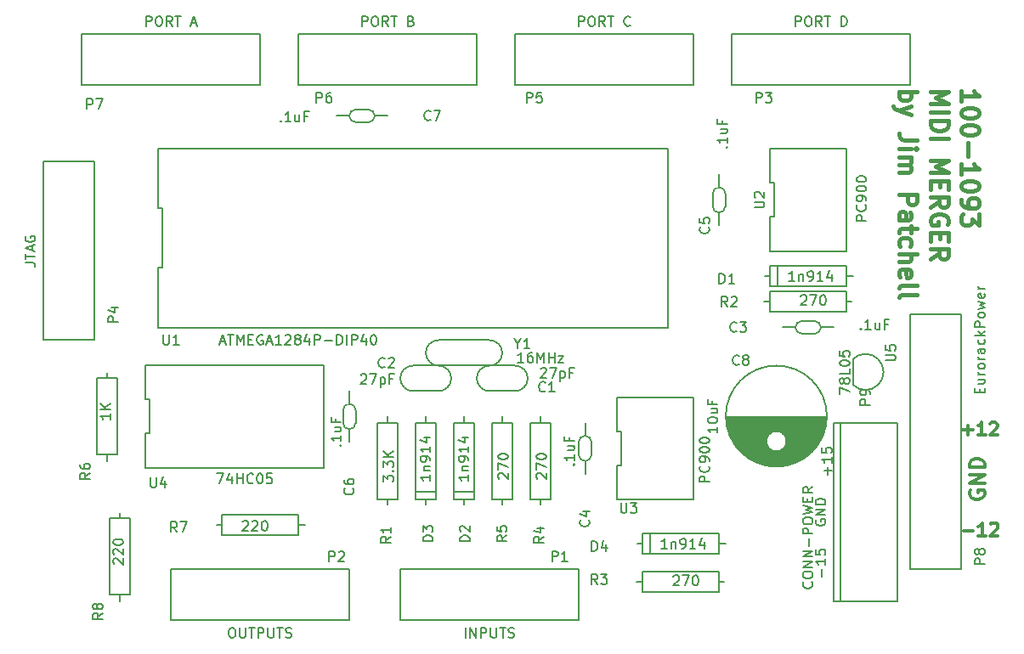
<source format=gto>
G04 #@! TF.FileFunction,Legend,Top*
%FSLAX46Y46*%
G04 Gerber Fmt 4.6, Leading zero omitted, Abs format (unit mm)*
G04 Created by KiCad (PCBNEW (2016-03-22 BZR 6643, Git db8c72c)-product) date 3/23/2016 7:44:00 PM*
%MOMM*%
G01*
G04 APERTURE LIST*
%ADD10C,0.100000*%
%ADD11C,0.300000*%
%ADD12C,0.444500*%
%ADD13C,0.150000*%
G04 APERTURE END LIST*
D10*
D11*
X166581667Y-105373714D02*
X167549286Y-105373714D01*
X168819286Y-105857524D02*
X168093572Y-105857524D01*
X168456429Y-105857524D02*
X168456429Y-104587524D01*
X168335477Y-104768952D01*
X168214524Y-104889905D01*
X168093572Y-104950381D01*
X169303096Y-104708476D02*
X169363572Y-104648000D01*
X169484524Y-104587524D01*
X169786905Y-104587524D01*
X169907858Y-104648000D01*
X169968334Y-104708476D01*
X170028810Y-104829429D01*
X170028810Y-104950381D01*
X169968334Y-105131810D01*
X169242620Y-105857524D01*
X170028810Y-105857524D01*
X167271000Y-101345857D02*
X167199571Y-101488714D01*
X167199571Y-101703000D01*
X167271000Y-101917285D01*
X167413857Y-102060143D01*
X167556714Y-102131571D01*
X167842429Y-102203000D01*
X168056714Y-102203000D01*
X168342429Y-102131571D01*
X168485286Y-102060143D01*
X168628143Y-101917285D01*
X168699571Y-101703000D01*
X168699571Y-101560143D01*
X168628143Y-101345857D01*
X168556714Y-101274428D01*
X168056714Y-101274428D01*
X168056714Y-101560143D01*
X168699571Y-100631571D02*
X167199571Y-100631571D01*
X168699571Y-99774428D01*
X167199571Y-99774428D01*
X168699571Y-99060142D02*
X167199571Y-99060142D01*
X167199571Y-98702999D01*
X167271000Y-98488714D01*
X167413857Y-98345856D01*
X167556714Y-98274428D01*
X167842429Y-98202999D01*
X168056714Y-98202999D01*
X168342429Y-98274428D01*
X168485286Y-98345856D01*
X168628143Y-98488714D01*
X168699571Y-98702999D01*
X168699571Y-99060142D01*
X166545381Y-95340714D02*
X167513000Y-95340714D01*
X167029190Y-95824524D02*
X167029190Y-94856905D01*
X168783000Y-95824524D02*
X168057286Y-95824524D01*
X168420143Y-95824524D02*
X168420143Y-94554524D01*
X168299191Y-94735952D01*
X168178238Y-94856905D01*
X168057286Y-94917381D01*
X169266810Y-94675476D02*
X169327286Y-94615000D01*
X169448238Y-94554524D01*
X169750619Y-94554524D01*
X169871572Y-94615000D01*
X169932048Y-94675476D01*
X169992524Y-94796429D01*
X169992524Y-94917381D01*
X169932048Y-95098810D01*
X169206334Y-95824524D01*
X169992524Y-95824524D01*
D12*
X166391167Y-62568667D02*
X166391167Y-61552667D01*
X166391167Y-62060667D02*
X168169167Y-62060667D01*
X167915167Y-61891333D01*
X167745833Y-61722000D01*
X167661167Y-61552667D01*
X168169167Y-63669333D02*
X168169167Y-63838666D01*
X168084500Y-64008000D01*
X167999833Y-64092666D01*
X167830500Y-64177333D01*
X167491833Y-64262000D01*
X167068500Y-64262000D01*
X166729833Y-64177333D01*
X166560500Y-64092666D01*
X166475833Y-64008000D01*
X166391167Y-63838666D01*
X166391167Y-63669333D01*
X166475833Y-63500000D01*
X166560500Y-63415333D01*
X166729833Y-63330666D01*
X167068500Y-63246000D01*
X167491833Y-63246000D01*
X167830500Y-63330666D01*
X167999833Y-63415333D01*
X168084500Y-63500000D01*
X168169167Y-63669333D01*
X168169167Y-65362666D02*
X168169167Y-65531999D01*
X168084500Y-65701333D01*
X167999833Y-65785999D01*
X167830500Y-65870666D01*
X167491833Y-65955333D01*
X167068500Y-65955333D01*
X166729833Y-65870666D01*
X166560500Y-65785999D01*
X166475833Y-65701333D01*
X166391167Y-65531999D01*
X166391167Y-65362666D01*
X166475833Y-65193333D01*
X166560500Y-65108666D01*
X166729833Y-65023999D01*
X167068500Y-64939333D01*
X167491833Y-64939333D01*
X167830500Y-65023999D01*
X167999833Y-65108666D01*
X168084500Y-65193333D01*
X168169167Y-65362666D01*
X167068500Y-66717332D02*
X167068500Y-68071999D01*
X166391167Y-69849999D02*
X166391167Y-68833999D01*
X166391167Y-69341999D02*
X168169167Y-69341999D01*
X167915167Y-69172665D01*
X167745833Y-69003332D01*
X167661167Y-68833999D01*
X168169167Y-70950665D02*
X168169167Y-71119998D01*
X168084500Y-71289332D01*
X167999833Y-71373998D01*
X167830500Y-71458665D01*
X167491833Y-71543332D01*
X167068500Y-71543332D01*
X166729833Y-71458665D01*
X166560500Y-71373998D01*
X166475833Y-71289332D01*
X166391167Y-71119998D01*
X166391167Y-70950665D01*
X166475833Y-70781332D01*
X166560500Y-70696665D01*
X166729833Y-70611998D01*
X167068500Y-70527332D01*
X167491833Y-70527332D01*
X167830500Y-70611998D01*
X167999833Y-70696665D01*
X168084500Y-70781332D01*
X168169167Y-70950665D01*
X166391167Y-72389998D02*
X166391167Y-72728665D01*
X166475833Y-72897998D01*
X166560500Y-72982665D01*
X166814500Y-73151998D01*
X167153167Y-73236665D01*
X167830500Y-73236665D01*
X167999833Y-73151998D01*
X168084500Y-73067331D01*
X168169167Y-72897998D01*
X168169167Y-72559331D01*
X168084500Y-72389998D01*
X167999833Y-72305331D01*
X167830500Y-72220665D01*
X167407167Y-72220665D01*
X167237833Y-72305331D01*
X167153167Y-72389998D01*
X167068500Y-72559331D01*
X167068500Y-72897998D01*
X167153167Y-73067331D01*
X167237833Y-73151998D01*
X167407167Y-73236665D01*
X168169167Y-73829331D02*
X168169167Y-74929998D01*
X167491833Y-74337331D01*
X167491833Y-74591331D01*
X167407167Y-74760664D01*
X167322500Y-74845331D01*
X167153167Y-74929998D01*
X166729833Y-74929998D01*
X166560500Y-74845331D01*
X166475833Y-74760664D01*
X166391167Y-74591331D01*
X166391167Y-74083331D01*
X166475833Y-73913998D01*
X166560500Y-73829331D01*
X163279667Y-61637333D02*
X165057667Y-61637333D01*
X163787667Y-62230000D01*
X165057667Y-62822667D01*
X163279667Y-62822667D01*
X163279667Y-63669333D02*
X165057667Y-63669333D01*
X163279667Y-64516000D02*
X165057667Y-64516000D01*
X165057667Y-64939334D01*
X164973000Y-65193334D01*
X164803667Y-65362667D01*
X164634333Y-65447334D01*
X164295667Y-65532000D01*
X164041667Y-65532000D01*
X163703000Y-65447334D01*
X163533667Y-65362667D01*
X163364333Y-65193334D01*
X163279667Y-64939334D01*
X163279667Y-64516000D01*
X163279667Y-66294000D02*
X165057667Y-66294000D01*
X163279667Y-68495334D02*
X165057667Y-68495334D01*
X163787667Y-69088001D01*
X165057667Y-69680668D01*
X163279667Y-69680668D01*
X164211000Y-70527334D02*
X164211000Y-71120001D01*
X163279667Y-71374001D02*
X163279667Y-70527334D01*
X165057667Y-70527334D01*
X165057667Y-71374001D01*
X163279667Y-73152001D02*
X164126333Y-72559335D01*
X163279667Y-72136001D02*
X165057667Y-72136001D01*
X165057667Y-72813335D01*
X164973000Y-72982668D01*
X164888333Y-73067335D01*
X164719000Y-73152001D01*
X164465000Y-73152001D01*
X164295667Y-73067335D01*
X164211000Y-72982668D01*
X164126333Y-72813335D01*
X164126333Y-72136001D01*
X164973000Y-74845335D02*
X165057667Y-74676001D01*
X165057667Y-74422001D01*
X164973000Y-74168001D01*
X164803667Y-73998668D01*
X164634333Y-73914001D01*
X164295667Y-73829335D01*
X164041667Y-73829335D01*
X163703000Y-73914001D01*
X163533667Y-73998668D01*
X163364333Y-74168001D01*
X163279667Y-74422001D01*
X163279667Y-74591335D01*
X163364333Y-74845335D01*
X163449000Y-74930001D01*
X164041667Y-74930001D01*
X164041667Y-74591335D01*
X164211000Y-75692001D02*
X164211000Y-76284668D01*
X163279667Y-76538668D02*
X163279667Y-75692001D01*
X165057667Y-75692001D01*
X165057667Y-76538668D01*
X163279667Y-78316668D02*
X164126333Y-77724002D01*
X163279667Y-77300668D02*
X165057667Y-77300668D01*
X165057667Y-77978002D01*
X164973000Y-78147335D01*
X164888333Y-78232002D01*
X164719000Y-78316668D01*
X164465000Y-78316668D01*
X164295667Y-78232002D01*
X164211000Y-78147335D01*
X164126333Y-77978002D01*
X164126333Y-77300668D01*
X160168167Y-61637333D02*
X161946167Y-61637333D01*
X161268833Y-61637333D02*
X161353500Y-61806667D01*
X161353500Y-62145333D01*
X161268833Y-62314667D01*
X161184167Y-62399333D01*
X161014833Y-62484000D01*
X160506833Y-62484000D01*
X160337500Y-62399333D01*
X160252833Y-62314667D01*
X160168167Y-62145333D01*
X160168167Y-61806667D01*
X160252833Y-61637333D01*
X161353500Y-63076667D02*
X160168167Y-63500000D01*
X161353500Y-63923334D02*
X160168167Y-63500000D01*
X159744833Y-63330667D01*
X159660167Y-63246000D01*
X159575500Y-63076667D01*
X161946167Y-66463334D02*
X160676167Y-66463334D01*
X160422167Y-66378668D01*
X160252833Y-66209334D01*
X160168167Y-65955334D01*
X160168167Y-65786001D01*
X160168167Y-67310001D02*
X161353500Y-67310001D01*
X161946167Y-67310001D02*
X161861500Y-67225335D01*
X161776833Y-67310001D01*
X161861500Y-67394668D01*
X161946167Y-67310001D01*
X161776833Y-67310001D01*
X160168167Y-68156668D02*
X161353500Y-68156668D01*
X161184167Y-68156668D02*
X161268833Y-68241335D01*
X161353500Y-68410668D01*
X161353500Y-68664668D01*
X161268833Y-68834002D01*
X161099500Y-68918668D01*
X160168167Y-68918668D01*
X161099500Y-68918668D02*
X161268833Y-69003335D01*
X161353500Y-69172668D01*
X161353500Y-69426668D01*
X161268833Y-69596002D01*
X161099500Y-69680668D01*
X160168167Y-69680668D01*
X160168167Y-71882002D02*
X161946167Y-71882002D01*
X161946167Y-72559336D01*
X161861500Y-72728669D01*
X161776833Y-72813336D01*
X161607500Y-72898002D01*
X161353500Y-72898002D01*
X161184167Y-72813336D01*
X161099500Y-72728669D01*
X161014833Y-72559336D01*
X161014833Y-71882002D01*
X160168167Y-74422002D02*
X161099500Y-74422002D01*
X161268833Y-74337336D01*
X161353500Y-74168002D01*
X161353500Y-73829336D01*
X161268833Y-73660002D01*
X160252833Y-74422002D02*
X160168167Y-74252669D01*
X160168167Y-73829336D01*
X160252833Y-73660002D01*
X160422167Y-73575336D01*
X160591500Y-73575336D01*
X160760833Y-73660002D01*
X160845500Y-73829336D01*
X160845500Y-74252669D01*
X160930167Y-74422002D01*
X161353500Y-75014669D02*
X161353500Y-75692003D01*
X161946167Y-75268669D02*
X160422167Y-75268669D01*
X160252833Y-75353336D01*
X160168167Y-75522669D01*
X160168167Y-75692003D01*
X160252833Y-77046669D02*
X160168167Y-76877336D01*
X160168167Y-76538669D01*
X160252833Y-76369336D01*
X160337500Y-76284669D01*
X160506833Y-76200003D01*
X161014833Y-76200003D01*
X161184167Y-76284669D01*
X161268833Y-76369336D01*
X161353500Y-76538669D01*
X161353500Y-76877336D01*
X161268833Y-77046669D01*
X160168167Y-77808669D02*
X161946167Y-77808669D01*
X160168167Y-78570669D02*
X161099500Y-78570669D01*
X161268833Y-78486003D01*
X161353500Y-78316669D01*
X161353500Y-78062669D01*
X161268833Y-77893336D01*
X161184167Y-77808669D01*
X160252833Y-80094670D02*
X160168167Y-79925336D01*
X160168167Y-79586670D01*
X160252833Y-79417336D01*
X160422167Y-79332670D01*
X161099500Y-79332670D01*
X161268833Y-79417336D01*
X161353500Y-79586670D01*
X161353500Y-79925336D01*
X161268833Y-80094670D01*
X161099500Y-80179336D01*
X160930167Y-80179336D01*
X160760833Y-79332670D01*
X160168167Y-81195336D02*
X160252833Y-81026003D01*
X160422167Y-80941336D01*
X161946167Y-80941336D01*
X160168167Y-82126669D02*
X160252833Y-81957336D01*
X160422167Y-81872669D01*
X161946167Y-81872669D01*
D13*
X108204000Y-102235000D02*
X110236000Y-102235000D01*
X108204000Y-94615000D02*
X110236000Y-94615000D01*
X109220000Y-102235000D02*
X109220000Y-102743000D01*
X109220000Y-93980000D02*
X109220000Y-94615000D01*
X110236000Y-102235000D02*
X110236000Y-94615000D01*
X108204000Y-94615000D02*
X108204000Y-102235000D01*
X154940000Y-83566000D02*
X154940000Y-81534000D01*
X147320000Y-83566000D02*
X147320000Y-81534000D01*
X154940000Y-82550000D02*
X155448000Y-82550000D01*
X146685000Y-82550000D02*
X147320000Y-82550000D01*
X154940000Y-81534000D02*
X147320000Y-81534000D01*
X147320000Y-83566000D02*
X154940000Y-83566000D01*
X142240000Y-111506000D02*
X142240000Y-109474000D01*
X134620000Y-111506000D02*
X134620000Y-109474000D01*
X142240000Y-110490000D02*
X142748000Y-110490000D01*
X133985000Y-110490000D02*
X134620000Y-110490000D01*
X142240000Y-109474000D02*
X134620000Y-109474000D01*
X134620000Y-111506000D02*
X142240000Y-111506000D01*
X123444000Y-102235000D02*
X125476000Y-102235000D01*
X123444000Y-94615000D02*
X125476000Y-94615000D01*
X124460000Y-102235000D02*
X124460000Y-102743000D01*
X124460000Y-93980000D02*
X124460000Y-94615000D01*
X125476000Y-102235000D02*
X125476000Y-94615000D01*
X123444000Y-94615000D02*
X123444000Y-102235000D01*
X119634000Y-102235000D02*
X121666000Y-102235000D01*
X119634000Y-94615000D02*
X121666000Y-94615000D01*
X120650000Y-102235000D02*
X120650000Y-102743000D01*
X120650000Y-93980000D02*
X120650000Y-94615000D01*
X121666000Y-102235000D02*
X121666000Y-94615000D01*
X119634000Y-94615000D02*
X119634000Y-102235000D01*
X82296000Y-90170000D02*
X80264000Y-90170000D01*
X82296000Y-97790000D02*
X80264000Y-97790000D01*
X81280000Y-90170000D02*
X81280000Y-89662000D01*
X81280000Y-98425000D02*
X81280000Y-97790000D01*
X80264000Y-90170000D02*
X80264000Y-97790000D01*
X82296000Y-97790000D02*
X82296000Y-90170000D01*
X92710000Y-103759000D02*
X92710000Y-105791000D01*
X100330000Y-103759000D02*
X100330000Y-105791000D01*
X92710000Y-104775000D02*
X92202000Y-104775000D01*
X100965000Y-104775000D02*
X100330000Y-104775000D01*
X92710000Y-105791000D02*
X100330000Y-105791000D01*
X100330000Y-103759000D02*
X92710000Y-103759000D01*
X83566000Y-104140000D02*
X81534000Y-104140000D01*
X83566000Y-111760000D02*
X81534000Y-111760000D01*
X82550000Y-104140000D02*
X82550000Y-103632000D01*
X82550000Y-112395000D02*
X82550000Y-111760000D01*
X81534000Y-104140000D02*
X81534000Y-111760000D01*
X83566000Y-111760000D02*
X83566000Y-104140000D01*
X86342600Y-85107399D02*
X137177400Y-85107400D01*
X137177400Y-85107400D02*
X137177400Y-67292601D01*
X137177400Y-67292601D02*
X86342600Y-67292600D01*
X86342600Y-67292600D02*
X86342600Y-73230867D01*
X86342600Y-73230867D02*
X86792600Y-73230867D01*
X86792600Y-73230867D02*
X86792600Y-79169133D01*
X86792600Y-79169133D02*
X86342600Y-79169133D01*
X86342600Y-79169133D02*
X86342600Y-85107399D01*
X147302600Y-77487400D02*
X154957399Y-77487400D01*
X154957399Y-77487400D02*
X154957400Y-67292600D01*
X154957400Y-67292600D02*
X147302601Y-67292600D01*
X147302601Y-67292600D02*
X147302600Y-70690867D01*
X147302600Y-70690867D02*
X147752600Y-70690867D01*
X147752600Y-70690867D02*
X147752600Y-74089133D01*
X147752600Y-74089133D02*
X147302600Y-74089133D01*
X147302600Y-74089133D02*
X147302600Y-77487400D01*
X132062600Y-102252400D02*
X139717399Y-102252400D01*
X139717399Y-102252400D02*
X139717400Y-92057600D01*
X139717400Y-92057600D02*
X132062601Y-92057600D01*
X132062601Y-92057600D02*
X132062600Y-95455867D01*
X132062600Y-95455867D02*
X132512600Y-95455867D01*
X132512600Y-95455867D02*
X132512600Y-98854133D01*
X132512600Y-98854133D02*
X132062600Y-98854133D01*
X132062600Y-98854133D02*
X132062600Y-102252400D01*
X85072600Y-99077399D02*
X102887400Y-99077400D01*
X102887400Y-99077400D02*
X102887400Y-88882601D01*
X102887400Y-88882601D02*
X85072600Y-88882600D01*
X85072600Y-88882600D02*
X85072600Y-92280867D01*
X85072600Y-92280867D02*
X85522600Y-92280867D01*
X85522600Y-92280867D02*
X85522600Y-95679133D01*
X85522600Y-95679133D02*
X85072600Y-95679133D01*
X85072600Y-95679133D02*
X85072600Y-99077399D01*
X148082000Y-81026000D02*
X148082000Y-78994000D01*
X147320000Y-78994000D02*
X147320000Y-81026000D01*
X154940000Y-78994000D02*
X154940000Y-81026000D01*
X147320000Y-80010000D02*
X146812000Y-80010000D01*
X155575000Y-80010000D02*
X154940000Y-80010000D01*
X147320000Y-81026000D02*
X154940000Y-81026000D01*
X154940000Y-78994000D02*
X147320000Y-78994000D01*
X117856000Y-101473000D02*
X115824000Y-101473000D01*
X115824000Y-102235000D02*
X117856000Y-102235000D01*
X115824000Y-94615000D02*
X117856000Y-94615000D01*
X116840000Y-102235000D02*
X116840000Y-102743000D01*
X116840000Y-93980000D02*
X116840000Y-94615000D01*
X117856000Y-102235000D02*
X117856000Y-94615000D01*
X115824000Y-94615000D02*
X115824000Y-102235000D01*
X114046000Y-101473000D02*
X112014000Y-101473000D01*
X112014000Y-102235000D02*
X114046000Y-102235000D01*
X112014000Y-94615000D02*
X114046000Y-94615000D01*
X113030000Y-102235000D02*
X113030000Y-102743000D01*
X113030000Y-93980000D02*
X113030000Y-94615000D01*
X114046000Y-102235000D02*
X114046000Y-94615000D01*
X112014000Y-94615000D02*
X112014000Y-102235000D01*
X135382000Y-107696000D02*
X135382000Y-105664000D01*
X134620000Y-105664000D02*
X134620000Y-107696000D01*
X142240000Y-105664000D02*
X142240000Y-107696000D01*
X134620000Y-106680000D02*
X134112000Y-106680000D01*
X142875000Y-106680000D02*
X142240000Y-106680000D01*
X134620000Y-107696000D02*
X142240000Y-107696000D01*
X142240000Y-105664000D02*
X134620000Y-105664000D01*
X150495000Y-84455000D02*
G75*
G03X149860000Y-85090000I0J-635000D01*
G01*
X149860000Y-85090000D02*
G75*
G03X150495000Y-85725000I635000J0D01*
G01*
X152400000Y-85090000D02*
G75*
G03X151765000Y-84455000I-635000J0D01*
G01*
X151765000Y-85725000D02*
G75*
G03X152400000Y-85090000I0J635000D01*
G01*
X151765000Y-84455000D02*
X150495000Y-84455000D01*
X151765000Y-85725000D02*
X150495000Y-85725000D01*
X148590000Y-85090000D02*
X149860000Y-85090000D01*
X153670000Y-85090000D02*
X152400000Y-85090000D01*
X128270000Y-97790000D02*
G75*
G03X128905000Y-98425000I635000J0D01*
G01*
X128905000Y-98425000D02*
G75*
G03X129540000Y-97790000I0J635000D01*
G01*
X128905000Y-95885000D02*
G75*
G03X128270000Y-96520000I0J-635000D01*
G01*
X129540000Y-96520000D02*
G75*
G03X128905000Y-95885000I-635000J0D01*
G01*
X128270000Y-96520000D02*
X128270000Y-97790000D01*
X129540000Y-96520000D02*
X129540000Y-97790000D01*
X128905000Y-99695000D02*
X128905000Y-98425000D01*
X128905000Y-94615000D02*
X128905000Y-95885000D01*
X141605000Y-73025000D02*
G75*
G03X142240000Y-73660000I635000J0D01*
G01*
X142240000Y-73660000D02*
G75*
G03X142875000Y-73025000I0J635000D01*
G01*
X142240000Y-71120000D02*
G75*
G03X141605000Y-71755000I0J-635000D01*
G01*
X142875000Y-71755000D02*
G75*
G03X142240000Y-71120000I-635000J0D01*
G01*
X141605000Y-71755000D02*
X141605000Y-73025000D01*
X142875000Y-71755000D02*
X142875000Y-73025000D01*
X142240000Y-74930000D02*
X142240000Y-73660000D01*
X142240000Y-69850000D02*
X142240000Y-71120000D01*
X104775000Y-94615000D02*
G75*
G03X105410000Y-95250000I635000J0D01*
G01*
X105410000Y-95250000D02*
G75*
G03X106045000Y-94615000I0J635000D01*
G01*
X105410000Y-92710000D02*
G75*
G03X104775000Y-93345000I0J-635000D01*
G01*
X106045000Y-93345000D02*
G75*
G03X105410000Y-92710000I-635000J0D01*
G01*
X104775000Y-93345000D02*
X104775000Y-94615000D01*
X106045000Y-93345000D02*
X106045000Y-94615000D01*
X105410000Y-96520000D02*
X105410000Y-95250000D01*
X105410000Y-91440000D02*
X105410000Y-92710000D01*
X107315000Y-64643000D02*
G75*
G03X107950000Y-64008000I0J635000D01*
G01*
X107950000Y-64008000D02*
G75*
G03X107315000Y-63373000I-635000J0D01*
G01*
X105410000Y-64008000D02*
G75*
G03X106045000Y-64643000I635000J0D01*
G01*
X106045000Y-63373000D02*
G75*
G03X105410000Y-64008000I0J-635000D01*
G01*
X106045000Y-64643000D02*
X107315000Y-64643000D01*
X106045000Y-63373000D02*
X107315000Y-63373000D01*
X109220000Y-64008000D02*
X107950000Y-64008000D01*
X104140000Y-64008000D02*
X105410000Y-64008000D01*
X152954000Y-94015000D02*
X142956000Y-94015000D01*
X152950000Y-94155000D02*
X142960000Y-94155000D01*
X152942000Y-94295000D02*
X142968000Y-94295000D01*
X152930000Y-94435000D02*
X142980000Y-94435000D01*
X152915000Y-94575000D02*
X142995000Y-94575000D01*
X152895000Y-94715000D02*
X143015000Y-94715000D01*
X152871000Y-94855000D02*
X143039000Y-94855000D01*
X152842000Y-94995000D02*
X143068000Y-94995000D01*
X152810000Y-95135000D02*
X143100000Y-95135000D01*
X152773000Y-95275000D02*
X143137000Y-95275000D01*
X152732000Y-95415000D02*
X143178000Y-95415000D01*
X152687000Y-95555000D02*
X148421000Y-95555000D01*
X147489000Y-95555000D02*
X143223000Y-95555000D01*
X152637000Y-95695000D02*
X148622000Y-95695000D01*
X147288000Y-95695000D02*
X143273000Y-95695000D01*
X152582000Y-95835000D02*
X148751000Y-95835000D01*
X147159000Y-95835000D02*
X143328000Y-95835000D01*
X152522000Y-95975000D02*
X148840000Y-95975000D01*
X147070000Y-95975000D02*
X143388000Y-95975000D01*
X152457000Y-96115000D02*
X148901000Y-96115000D01*
X147009000Y-96115000D02*
X143453000Y-96115000D01*
X152387000Y-96255000D02*
X148938000Y-96255000D01*
X146972000Y-96255000D02*
X143523000Y-96255000D01*
X152311000Y-96395000D02*
X148954000Y-96395000D01*
X146956000Y-96395000D02*
X143599000Y-96395000D01*
X152229000Y-96535000D02*
X148950000Y-96535000D01*
X146960000Y-96535000D02*
X143681000Y-96535000D01*
X152141000Y-96675000D02*
X148927000Y-96675000D01*
X146983000Y-96675000D02*
X143769000Y-96675000D01*
X152046000Y-96815000D02*
X148882000Y-96815000D01*
X147028000Y-96815000D02*
X143864000Y-96815000D01*
X151944000Y-96955000D02*
X148812000Y-96955000D01*
X147098000Y-96955000D02*
X143966000Y-96955000D01*
X151834000Y-97095000D02*
X148711000Y-97095000D01*
X147199000Y-97095000D02*
X144076000Y-97095000D01*
X151716000Y-97235000D02*
X148562000Y-97235000D01*
X147348000Y-97235000D02*
X144194000Y-97235000D01*
X151588000Y-97375000D02*
X148310000Y-97375000D01*
X147600000Y-97375000D02*
X144322000Y-97375000D01*
X151451000Y-97515000D02*
X144459000Y-97515000D01*
X151301000Y-97655000D02*
X144609000Y-97655000D01*
X151139000Y-97795000D02*
X144771000Y-97795000D01*
X150962000Y-97935000D02*
X144948000Y-97935000D01*
X150766000Y-98075000D02*
X145144000Y-98075000D01*
X150548000Y-98215000D02*
X145362000Y-98215000D01*
X150302000Y-98355000D02*
X145608000Y-98355000D01*
X150017000Y-98495000D02*
X145893000Y-98495000D01*
X149675000Y-98635000D02*
X146235000Y-98635000D01*
X149229000Y-98775000D02*
X146681000Y-98775000D01*
X148454000Y-98915000D02*
X147456000Y-98915000D01*
X148955000Y-96440000D02*
G75*
G03X148955000Y-96440000I-1000000J0D01*
G01*
X152992500Y-93940000D02*
G75*
G03X152992500Y-93940000I-5037500J0D01*
G01*
X121920000Y-91440000D02*
G75*
G03X123190000Y-90170000I0J1270000D01*
G01*
X123190000Y-90170000D02*
G75*
G03X121920000Y-88900000I-1270000J0D01*
G01*
X119380000Y-88900000D02*
G75*
G03X118110000Y-90170000I0J-1270000D01*
G01*
X118110000Y-90170000D02*
G75*
G03X119380000Y-91440000I1270000J0D01*
G01*
X121920000Y-91440000D02*
X119380000Y-91440000D01*
X119380000Y-88900000D02*
X121920000Y-88900000D01*
X111760000Y-88900000D02*
G75*
G03X110490000Y-90170000I0J-1270000D01*
G01*
X110490000Y-90170000D02*
G75*
G03X111760000Y-91440000I1270000J0D01*
G01*
X114300000Y-91440000D02*
G75*
G03X115570000Y-90170000I0J1270000D01*
G01*
X115570000Y-90170000D02*
G75*
G03X114300000Y-88900000I-1270000J0D01*
G01*
X111760000Y-88900000D02*
X114300000Y-88900000D01*
X114300000Y-91440000D02*
X111760000Y-91440000D01*
X120650000Y-87630000D02*
G75*
G03X119380000Y-86360000I-1270000J0D01*
G01*
X119380000Y-88900000D02*
G75*
G03X120650000Y-87630000I0J1270000D01*
G01*
X114300000Y-86360000D02*
G75*
G03X113030000Y-87630000I0J-1270000D01*
G01*
X113030000Y-87630000D02*
G75*
G03X114300000Y-88900000I1270000J0D01*
G01*
X114300000Y-86360000D02*
X119380000Y-86360000D01*
X119380000Y-88900000D02*
X114300000Y-88900000D01*
X154305000Y-94615000D02*
X154305000Y-112395000D01*
X153670000Y-94615000D02*
X153670000Y-112395000D01*
X153670000Y-112395000D02*
X160020000Y-112395000D01*
X160020000Y-112395000D02*
X160020000Y-94615000D01*
X160020000Y-94615000D02*
X153670000Y-94615000D01*
X158115000Y-88265000D02*
G75*
G03X155575000Y-88265000I-1270000J-1270000D01*
G01*
X158115000Y-90805000D02*
G75*
G03X158115000Y-88265000I-1270000J1270000D01*
G01*
X155575000Y-90805000D02*
G75*
G03X158115000Y-90805000I1270000J1270000D01*
G01*
X155575000Y-88265000D02*
X155575000Y-90805000D01*
X78740000Y-55880000D02*
X96520000Y-55880000D01*
X78740000Y-60960000D02*
X96520000Y-60960000D01*
X96520000Y-55880000D02*
X96520000Y-60960000D01*
X78740000Y-60960000D02*
X78740000Y-55880000D01*
X100330000Y-55880000D02*
X118110000Y-55880000D01*
X100330000Y-60960000D02*
X118110000Y-60960000D01*
X118110000Y-55880000D02*
X118110000Y-60960000D01*
X100330000Y-60960000D02*
X100330000Y-55880000D01*
X121920000Y-55880000D02*
X139700000Y-55880000D01*
X121920000Y-60960000D02*
X139700000Y-60960000D01*
X139700000Y-55880000D02*
X139700000Y-60960000D01*
X121920000Y-60960000D02*
X121920000Y-55880000D01*
X143510000Y-55880000D02*
X161290000Y-55880000D01*
X143510000Y-60960000D02*
X161290000Y-60960000D01*
X161290000Y-55880000D02*
X161290000Y-60960000D01*
X143510000Y-60960000D02*
X143510000Y-55880000D01*
X105410000Y-114300000D02*
X87630000Y-114300000D01*
X105410000Y-109220000D02*
X87630000Y-109220000D01*
X87630000Y-114300000D02*
X87630000Y-109220000D01*
X105410000Y-109220000D02*
X105410000Y-114300000D01*
X128270000Y-114300000D02*
X110490000Y-114300000D01*
X128270000Y-109220000D02*
X110490000Y-109220000D01*
X110490000Y-114300000D02*
X110490000Y-109220000D01*
X128270000Y-109220000D02*
X128270000Y-114300000D01*
X74930000Y-86360000D02*
X74930000Y-68580000D01*
X80010000Y-86360000D02*
X80010000Y-68580000D01*
X74930000Y-68580000D02*
X80010000Y-68580000D01*
X80010000Y-86360000D02*
X74930000Y-86360000D01*
X161290000Y-106680000D02*
X161290000Y-83820000D01*
X161290000Y-83820000D02*
X166370000Y-83820000D01*
X166370000Y-83820000D02*
X166370000Y-109220000D01*
X166370000Y-109220000D02*
X161290000Y-109220000D01*
X161290000Y-109220000D02*
X161290000Y-106680000D01*
X109545381Y-105957666D02*
X109069190Y-106291000D01*
X109545381Y-106529095D02*
X108545381Y-106529095D01*
X108545381Y-106148142D01*
X108593000Y-106052904D01*
X108640619Y-106005285D01*
X108735857Y-105957666D01*
X108878714Y-105957666D01*
X108973952Y-106005285D01*
X109021571Y-106052904D01*
X109069190Y-106148142D01*
X109069190Y-106529095D01*
X109545381Y-105005285D02*
X109545381Y-105576714D01*
X109545381Y-105291000D02*
X108545381Y-105291000D01*
X108688238Y-105386238D01*
X108783476Y-105481476D01*
X108831095Y-105576714D01*
X108799381Y-100480619D02*
X108799381Y-99861571D01*
X109180333Y-100194905D01*
X109180333Y-100052047D01*
X109227952Y-99956809D01*
X109275571Y-99909190D01*
X109370810Y-99861571D01*
X109608905Y-99861571D01*
X109704143Y-99909190D01*
X109751762Y-99956809D01*
X109799381Y-100052047D01*
X109799381Y-100337762D01*
X109751762Y-100433000D01*
X109704143Y-100480619D01*
X109704143Y-99433000D02*
X109751762Y-99385381D01*
X109799381Y-99433000D01*
X109751762Y-99480619D01*
X109704143Y-99433000D01*
X109799381Y-99433000D01*
X108799381Y-99052048D02*
X108799381Y-98433000D01*
X109180333Y-98766334D01*
X109180333Y-98623476D01*
X109227952Y-98528238D01*
X109275571Y-98480619D01*
X109370810Y-98433000D01*
X109608905Y-98433000D01*
X109704143Y-98480619D01*
X109751762Y-98528238D01*
X109799381Y-98623476D01*
X109799381Y-98909191D01*
X109751762Y-99004429D01*
X109704143Y-99052048D01*
X109799381Y-98004429D02*
X108799381Y-98004429D01*
X109799381Y-97433000D02*
X109227952Y-97861572D01*
X108799381Y-97433000D02*
X109370810Y-98004429D01*
X143089334Y-83002381D02*
X142756000Y-82526190D01*
X142517905Y-83002381D02*
X142517905Y-82002381D01*
X142898858Y-82002381D01*
X142994096Y-82050000D01*
X143041715Y-82097619D01*
X143089334Y-82192857D01*
X143089334Y-82335714D01*
X143041715Y-82430952D01*
X142994096Y-82478571D01*
X142898858Y-82526190D01*
X142517905Y-82526190D01*
X143470286Y-82097619D02*
X143517905Y-82050000D01*
X143613143Y-82002381D01*
X143851239Y-82002381D01*
X143946477Y-82050000D01*
X143994096Y-82097619D01*
X144041715Y-82192857D01*
X144041715Y-82288095D01*
X143994096Y-82430952D01*
X143422667Y-83002381D01*
X144041715Y-83002381D01*
X150399905Y-81970619D02*
X150447524Y-81923000D01*
X150542762Y-81875381D01*
X150780858Y-81875381D01*
X150876096Y-81923000D01*
X150923715Y-81970619D01*
X150971334Y-82065857D01*
X150971334Y-82161095D01*
X150923715Y-82303952D01*
X150352286Y-82875381D01*
X150971334Y-82875381D01*
X151304667Y-81875381D02*
X151971334Y-81875381D01*
X151542762Y-82875381D01*
X152542762Y-81875381D02*
X152638001Y-81875381D01*
X152733239Y-81923000D01*
X152780858Y-81970619D01*
X152828477Y-82065857D01*
X152876096Y-82256333D01*
X152876096Y-82494429D01*
X152828477Y-82684905D01*
X152780858Y-82780143D01*
X152733239Y-82827762D01*
X152638001Y-82875381D01*
X152542762Y-82875381D01*
X152447524Y-82827762D01*
X152399905Y-82780143D01*
X152352286Y-82684905D01*
X152304667Y-82494429D01*
X152304667Y-82256333D01*
X152352286Y-82065857D01*
X152399905Y-81970619D01*
X152447524Y-81923000D01*
X152542762Y-81875381D01*
X130135334Y-110688381D02*
X129802000Y-110212190D01*
X129563905Y-110688381D02*
X129563905Y-109688381D01*
X129944858Y-109688381D01*
X130040096Y-109736000D01*
X130087715Y-109783619D01*
X130135334Y-109878857D01*
X130135334Y-110021714D01*
X130087715Y-110116952D01*
X130040096Y-110164571D01*
X129944858Y-110212190D01*
X129563905Y-110212190D01*
X130468667Y-109688381D02*
X131087715Y-109688381D01*
X130754381Y-110069333D01*
X130897239Y-110069333D01*
X130992477Y-110116952D01*
X131040096Y-110164571D01*
X131087715Y-110259810D01*
X131087715Y-110497905D01*
X131040096Y-110593143D01*
X130992477Y-110640762D01*
X130897239Y-110688381D01*
X130611524Y-110688381D01*
X130516286Y-110640762D01*
X130468667Y-110593143D01*
X137699905Y-109910619D02*
X137747524Y-109863000D01*
X137842762Y-109815381D01*
X138080858Y-109815381D01*
X138176096Y-109863000D01*
X138223715Y-109910619D01*
X138271334Y-110005857D01*
X138271334Y-110101095D01*
X138223715Y-110243952D01*
X137652286Y-110815381D01*
X138271334Y-110815381D01*
X138604667Y-109815381D02*
X139271334Y-109815381D01*
X138842762Y-110815381D01*
X139842762Y-109815381D02*
X139938001Y-109815381D01*
X140033239Y-109863000D01*
X140080858Y-109910619D01*
X140128477Y-110005857D01*
X140176096Y-110196333D01*
X140176096Y-110434429D01*
X140128477Y-110624905D01*
X140080858Y-110720143D01*
X140033239Y-110767762D01*
X139938001Y-110815381D01*
X139842762Y-110815381D01*
X139747524Y-110767762D01*
X139699905Y-110720143D01*
X139652286Y-110624905D01*
X139604667Y-110434429D01*
X139604667Y-110196333D01*
X139652286Y-110005857D01*
X139699905Y-109910619D01*
X139747524Y-109863000D01*
X139842762Y-109815381D01*
X124785381Y-105957666D02*
X124309190Y-106291000D01*
X124785381Y-106529095D02*
X123785381Y-106529095D01*
X123785381Y-106148142D01*
X123833000Y-106052904D01*
X123880619Y-106005285D01*
X123975857Y-105957666D01*
X124118714Y-105957666D01*
X124213952Y-106005285D01*
X124261571Y-106052904D01*
X124309190Y-106148142D01*
X124309190Y-106529095D01*
X124118714Y-105100523D02*
X124785381Y-105100523D01*
X123737762Y-105338619D02*
X124452048Y-105576714D01*
X124452048Y-104957666D01*
X124134619Y-100171095D02*
X124087000Y-100123476D01*
X124039381Y-100028238D01*
X124039381Y-99790142D01*
X124087000Y-99694904D01*
X124134619Y-99647285D01*
X124229857Y-99599666D01*
X124325095Y-99599666D01*
X124467952Y-99647285D01*
X125039381Y-100218714D01*
X125039381Y-99599666D01*
X124039381Y-99266333D02*
X124039381Y-98599666D01*
X125039381Y-99028238D01*
X124039381Y-98028238D02*
X124039381Y-97932999D01*
X124087000Y-97837761D01*
X124134619Y-97790142D01*
X124229857Y-97742523D01*
X124420333Y-97694904D01*
X124658429Y-97694904D01*
X124848905Y-97742523D01*
X124944143Y-97790142D01*
X124991762Y-97837761D01*
X125039381Y-97932999D01*
X125039381Y-98028238D01*
X124991762Y-98123476D01*
X124944143Y-98171095D01*
X124848905Y-98218714D01*
X124658429Y-98266333D01*
X124420333Y-98266333D01*
X124229857Y-98218714D01*
X124134619Y-98171095D01*
X124087000Y-98123476D01*
X124039381Y-98028238D01*
X121102381Y-105830666D02*
X120626190Y-106164000D01*
X121102381Y-106402095D02*
X120102381Y-106402095D01*
X120102381Y-106021142D01*
X120150000Y-105925904D01*
X120197619Y-105878285D01*
X120292857Y-105830666D01*
X120435714Y-105830666D01*
X120530952Y-105878285D01*
X120578571Y-105925904D01*
X120626190Y-106021142D01*
X120626190Y-106402095D01*
X120102381Y-104925904D02*
X120102381Y-105402095D01*
X120578571Y-105449714D01*
X120530952Y-105402095D01*
X120483333Y-105306857D01*
X120483333Y-105068761D01*
X120530952Y-104973523D01*
X120578571Y-104925904D01*
X120673810Y-104878285D01*
X120911905Y-104878285D01*
X121007143Y-104925904D01*
X121054762Y-104973523D01*
X121102381Y-105068761D01*
X121102381Y-105306857D01*
X121054762Y-105402095D01*
X121007143Y-105449714D01*
X120324619Y-100171095D02*
X120277000Y-100123476D01*
X120229381Y-100028238D01*
X120229381Y-99790142D01*
X120277000Y-99694904D01*
X120324619Y-99647285D01*
X120419857Y-99599666D01*
X120515095Y-99599666D01*
X120657952Y-99647285D01*
X121229381Y-100218714D01*
X121229381Y-99599666D01*
X120229381Y-99266333D02*
X120229381Y-98599666D01*
X121229381Y-99028238D01*
X120229381Y-98028238D02*
X120229381Y-97932999D01*
X120277000Y-97837761D01*
X120324619Y-97790142D01*
X120419857Y-97742523D01*
X120610333Y-97694904D01*
X120848429Y-97694904D01*
X121038905Y-97742523D01*
X121134143Y-97790142D01*
X121181762Y-97837761D01*
X121229381Y-97932999D01*
X121229381Y-98028238D01*
X121181762Y-98123476D01*
X121134143Y-98171095D01*
X121038905Y-98218714D01*
X120848429Y-98266333D01*
X120610333Y-98266333D01*
X120419857Y-98218714D01*
X120324619Y-98171095D01*
X120277000Y-98123476D01*
X120229381Y-98028238D01*
X79573381Y-99607666D02*
X79097190Y-99941000D01*
X79573381Y-100179095D02*
X78573381Y-100179095D01*
X78573381Y-99798142D01*
X78621000Y-99702904D01*
X78668619Y-99655285D01*
X78763857Y-99607666D01*
X78906714Y-99607666D01*
X79001952Y-99655285D01*
X79049571Y-99702904D01*
X79097190Y-99798142D01*
X79097190Y-100179095D01*
X78573381Y-98750523D02*
X78573381Y-98941000D01*
X78621000Y-99036238D01*
X78668619Y-99083857D01*
X78811476Y-99179095D01*
X79001952Y-99226714D01*
X79382905Y-99226714D01*
X79478143Y-99179095D01*
X79525762Y-99131476D01*
X79573381Y-99036238D01*
X79573381Y-98845761D01*
X79525762Y-98750523D01*
X79478143Y-98702904D01*
X79382905Y-98655285D01*
X79144810Y-98655285D01*
X79049571Y-98702904D01*
X79001952Y-98750523D01*
X78954333Y-98845761D01*
X78954333Y-99036238D01*
X79001952Y-99131476D01*
X79049571Y-99179095D01*
X79144810Y-99226714D01*
X81605381Y-93686285D02*
X81605381Y-94257714D01*
X81605381Y-93972000D02*
X80605381Y-93972000D01*
X80748238Y-94067238D01*
X80843476Y-94162476D01*
X80891095Y-94257714D01*
X81605381Y-93257714D02*
X80605381Y-93257714D01*
X81605381Y-92686285D02*
X81033952Y-93114857D01*
X80605381Y-92686285D02*
X81176810Y-93257714D01*
X88225334Y-105481381D02*
X87892000Y-105005190D01*
X87653905Y-105481381D02*
X87653905Y-104481381D01*
X88034858Y-104481381D01*
X88130096Y-104529000D01*
X88177715Y-104576619D01*
X88225334Y-104671857D01*
X88225334Y-104814714D01*
X88177715Y-104909952D01*
X88130096Y-104957571D01*
X88034858Y-105005190D01*
X87653905Y-105005190D01*
X88558667Y-104481381D02*
X89225334Y-104481381D01*
X88796762Y-105481381D01*
X94773905Y-104449619D02*
X94821524Y-104402000D01*
X94916762Y-104354381D01*
X95154858Y-104354381D01*
X95250096Y-104402000D01*
X95297715Y-104449619D01*
X95345334Y-104544857D01*
X95345334Y-104640095D01*
X95297715Y-104782952D01*
X94726286Y-105354381D01*
X95345334Y-105354381D01*
X95726286Y-104449619D02*
X95773905Y-104402000D01*
X95869143Y-104354381D01*
X96107239Y-104354381D01*
X96202477Y-104402000D01*
X96250096Y-104449619D01*
X96297715Y-104544857D01*
X96297715Y-104640095D01*
X96250096Y-104782952D01*
X95678667Y-105354381D01*
X96297715Y-105354381D01*
X96916762Y-104354381D02*
X97012001Y-104354381D01*
X97107239Y-104402000D01*
X97154858Y-104449619D01*
X97202477Y-104544857D01*
X97250096Y-104735333D01*
X97250096Y-104973429D01*
X97202477Y-105163905D01*
X97154858Y-105259143D01*
X97107239Y-105306762D01*
X97012001Y-105354381D01*
X96916762Y-105354381D01*
X96821524Y-105306762D01*
X96773905Y-105259143D01*
X96726286Y-105163905D01*
X96678667Y-104973429D01*
X96678667Y-104735333D01*
X96726286Y-104544857D01*
X96773905Y-104449619D01*
X96821524Y-104402000D01*
X96916762Y-104354381D01*
X80843381Y-113577666D02*
X80367190Y-113911000D01*
X80843381Y-114149095D02*
X79843381Y-114149095D01*
X79843381Y-113768142D01*
X79891000Y-113672904D01*
X79938619Y-113625285D01*
X80033857Y-113577666D01*
X80176714Y-113577666D01*
X80271952Y-113625285D01*
X80319571Y-113672904D01*
X80367190Y-113768142D01*
X80367190Y-114149095D01*
X80271952Y-113006238D02*
X80224333Y-113101476D01*
X80176714Y-113149095D01*
X80081476Y-113196714D01*
X80033857Y-113196714D01*
X79938619Y-113149095D01*
X79891000Y-113101476D01*
X79843381Y-113006238D01*
X79843381Y-112815761D01*
X79891000Y-112720523D01*
X79938619Y-112672904D01*
X80033857Y-112625285D01*
X80081476Y-112625285D01*
X80176714Y-112672904D01*
X80224333Y-112720523D01*
X80271952Y-112815761D01*
X80271952Y-113006238D01*
X80319571Y-113101476D01*
X80367190Y-113149095D01*
X80462429Y-113196714D01*
X80652905Y-113196714D01*
X80748143Y-113149095D01*
X80795762Y-113101476D01*
X80843381Y-113006238D01*
X80843381Y-112815761D01*
X80795762Y-112720523D01*
X80748143Y-112672904D01*
X80652905Y-112625285D01*
X80462429Y-112625285D01*
X80367190Y-112672904D01*
X80319571Y-112720523D01*
X80271952Y-112815761D01*
X81970619Y-108680095D02*
X81923000Y-108632476D01*
X81875381Y-108537238D01*
X81875381Y-108299142D01*
X81923000Y-108203904D01*
X81970619Y-108156285D01*
X82065857Y-108108666D01*
X82161095Y-108108666D01*
X82303952Y-108156285D01*
X82875381Y-108727714D01*
X82875381Y-108108666D01*
X81970619Y-107727714D02*
X81923000Y-107680095D01*
X81875381Y-107584857D01*
X81875381Y-107346761D01*
X81923000Y-107251523D01*
X81970619Y-107203904D01*
X82065857Y-107156285D01*
X82161095Y-107156285D01*
X82303952Y-107203904D01*
X82875381Y-107775333D01*
X82875381Y-107156285D01*
X81875381Y-106537238D02*
X81875381Y-106441999D01*
X81923000Y-106346761D01*
X81970619Y-106299142D01*
X82065857Y-106251523D01*
X82256333Y-106203904D01*
X82494429Y-106203904D01*
X82684905Y-106251523D01*
X82780143Y-106299142D01*
X82827762Y-106346761D01*
X82875381Y-106441999D01*
X82875381Y-106537238D01*
X82827762Y-106632476D01*
X82780143Y-106680095D01*
X82684905Y-106727714D01*
X82494429Y-106775333D01*
X82256333Y-106775333D01*
X82065857Y-106727714D01*
X81970619Y-106680095D01*
X81923000Y-106632476D01*
X81875381Y-106537238D01*
X86868095Y-85812381D02*
X86868095Y-86621905D01*
X86915714Y-86717143D01*
X86963333Y-86764762D01*
X87058571Y-86812381D01*
X87249048Y-86812381D01*
X87344286Y-86764762D01*
X87391905Y-86717143D01*
X87439524Y-86621905D01*
X87439524Y-85812381D01*
X88439524Y-86812381D02*
X87868095Y-86812381D01*
X88153809Y-86812381D02*
X88153809Y-85812381D01*
X88058571Y-85955238D01*
X87963333Y-86050476D01*
X87868095Y-86098095D01*
X92544286Y-86526667D02*
X93020477Y-86526667D01*
X92449048Y-86812381D02*
X92782381Y-85812381D01*
X93115715Y-86812381D01*
X93306191Y-85812381D02*
X93877620Y-85812381D01*
X93591905Y-86812381D02*
X93591905Y-85812381D01*
X94210953Y-86812381D02*
X94210953Y-85812381D01*
X94544287Y-86526667D01*
X94877620Y-85812381D01*
X94877620Y-86812381D01*
X95353810Y-86288571D02*
X95687144Y-86288571D01*
X95830001Y-86812381D02*
X95353810Y-86812381D01*
X95353810Y-85812381D01*
X95830001Y-85812381D01*
X96782382Y-85860000D02*
X96687144Y-85812381D01*
X96544287Y-85812381D01*
X96401429Y-85860000D01*
X96306191Y-85955238D01*
X96258572Y-86050476D01*
X96210953Y-86240952D01*
X96210953Y-86383810D01*
X96258572Y-86574286D01*
X96306191Y-86669524D01*
X96401429Y-86764762D01*
X96544287Y-86812381D01*
X96639525Y-86812381D01*
X96782382Y-86764762D01*
X96830001Y-86717143D01*
X96830001Y-86383810D01*
X96639525Y-86383810D01*
X97210953Y-86526667D02*
X97687144Y-86526667D01*
X97115715Y-86812381D02*
X97449048Y-85812381D01*
X97782382Y-86812381D01*
X98639525Y-86812381D02*
X98068096Y-86812381D01*
X98353810Y-86812381D02*
X98353810Y-85812381D01*
X98258572Y-85955238D01*
X98163334Y-86050476D01*
X98068096Y-86098095D01*
X99020477Y-85907619D02*
X99068096Y-85860000D01*
X99163334Y-85812381D01*
X99401430Y-85812381D01*
X99496668Y-85860000D01*
X99544287Y-85907619D01*
X99591906Y-86002857D01*
X99591906Y-86098095D01*
X99544287Y-86240952D01*
X98972858Y-86812381D01*
X99591906Y-86812381D01*
X100163334Y-86240952D02*
X100068096Y-86193333D01*
X100020477Y-86145714D01*
X99972858Y-86050476D01*
X99972858Y-86002857D01*
X100020477Y-85907619D01*
X100068096Y-85860000D01*
X100163334Y-85812381D01*
X100353811Y-85812381D01*
X100449049Y-85860000D01*
X100496668Y-85907619D01*
X100544287Y-86002857D01*
X100544287Y-86050476D01*
X100496668Y-86145714D01*
X100449049Y-86193333D01*
X100353811Y-86240952D01*
X100163334Y-86240952D01*
X100068096Y-86288571D01*
X100020477Y-86336190D01*
X99972858Y-86431429D01*
X99972858Y-86621905D01*
X100020477Y-86717143D01*
X100068096Y-86764762D01*
X100163334Y-86812381D01*
X100353811Y-86812381D01*
X100449049Y-86764762D01*
X100496668Y-86717143D01*
X100544287Y-86621905D01*
X100544287Y-86431429D01*
X100496668Y-86336190D01*
X100449049Y-86288571D01*
X100353811Y-86240952D01*
X101401430Y-86145714D02*
X101401430Y-86812381D01*
X101163334Y-85764762D02*
X100925239Y-86479048D01*
X101544287Y-86479048D01*
X101925239Y-86812381D02*
X101925239Y-85812381D01*
X102306192Y-85812381D01*
X102401430Y-85860000D01*
X102449049Y-85907619D01*
X102496668Y-86002857D01*
X102496668Y-86145714D01*
X102449049Y-86240952D01*
X102401430Y-86288571D01*
X102306192Y-86336190D01*
X101925239Y-86336190D01*
X102925239Y-86431429D02*
X103687144Y-86431429D01*
X104163334Y-86812381D02*
X104163334Y-85812381D01*
X104401429Y-85812381D01*
X104544287Y-85860000D01*
X104639525Y-85955238D01*
X104687144Y-86050476D01*
X104734763Y-86240952D01*
X104734763Y-86383810D01*
X104687144Y-86574286D01*
X104639525Y-86669524D01*
X104544287Y-86764762D01*
X104401429Y-86812381D01*
X104163334Y-86812381D01*
X105163334Y-86812381D02*
X105163334Y-85812381D01*
X105639524Y-86812381D02*
X105639524Y-85812381D01*
X106020477Y-85812381D01*
X106115715Y-85860000D01*
X106163334Y-85907619D01*
X106210953Y-86002857D01*
X106210953Y-86145714D01*
X106163334Y-86240952D01*
X106115715Y-86288571D01*
X106020477Y-86336190D01*
X105639524Y-86336190D01*
X107068096Y-86145714D02*
X107068096Y-86812381D01*
X106830000Y-85764762D02*
X106591905Y-86479048D01*
X107210953Y-86479048D01*
X107782381Y-85812381D02*
X107877620Y-85812381D01*
X107972858Y-85860000D01*
X108020477Y-85907619D01*
X108068096Y-86002857D01*
X108115715Y-86193333D01*
X108115715Y-86431429D01*
X108068096Y-86621905D01*
X108020477Y-86717143D01*
X107972858Y-86764762D01*
X107877620Y-86812381D01*
X107782381Y-86812381D01*
X107687143Y-86764762D01*
X107639524Y-86717143D01*
X107591905Y-86621905D01*
X107544286Y-86431429D01*
X107544286Y-86193333D01*
X107591905Y-86002857D01*
X107639524Y-85907619D01*
X107687143Y-85860000D01*
X107782381Y-85812381D01*
X145754981Y-73151905D02*
X146564505Y-73151905D01*
X146659743Y-73104286D01*
X146707362Y-73056667D01*
X146754981Y-72961429D01*
X146754981Y-72770952D01*
X146707362Y-72675714D01*
X146659743Y-72628095D01*
X146564505Y-72580476D01*
X145754981Y-72580476D01*
X145850219Y-72151905D02*
X145802600Y-72104286D01*
X145754981Y-72009048D01*
X145754981Y-71770952D01*
X145802600Y-71675714D01*
X145850219Y-71628095D01*
X145945457Y-71580476D01*
X146040695Y-71580476D01*
X146183552Y-71628095D01*
X146754981Y-72199524D01*
X146754981Y-71580476D01*
X156916381Y-74453476D02*
X155916381Y-74453476D01*
X155916381Y-74072523D01*
X155964000Y-73977285D01*
X156011619Y-73929666D01*
X156106857Y-73882047D01*
X156249714Y-73882047D01*
X156344952Y-73929666D01*
X156392571Y-73977285D01*
X156440190Y-74072523D01*
X156440190Y-74453476D01*
X156821143Y-72882047D02*
X156868762Y-72929666D01*
X156916381Y-73072523D01*
X156916381Y-73167761D01*
X156868762Y-73310619D01*
X156773524Y-73405857D01*
X156678286Y-73453476D01*
X156487810Y-73501095D01*
X156344952Y-73501095D01*
X156154476Y-73453476D01*
X156059238Y-73405857D01*
X155964000Y-73310619D01*
X155916381Y-73167761D01*
X155916381Y-73072523D01*
X155964000Y-72929666D01*
X156011619Y-72882047D01*
X156916381Y-72405857D02*
X156916381Y-72215381D01*
X156868762Y-72120142D01*
X156821143Y-72072523D01*
X156678286Y-71977285D01*
X156487810Y-71929666D01*
X156106857Y-71929666D01*
X156011619Y-71977285D01*
X155964000Y-72024904D01*
X155916381Y-72120142D01*
X155916381Y-72310619D01*
X155964000Y-72405857D01*
X156011619Y-72453476D01*
X156106857Y-72501095D01*
X156344952Y-72501095D01*
X156440190Y-72453476D01*
X156487810Y-72405857D01*
X156535429Y-72310619D01*
X156535429Y-72120142D01*
X156487810Y-72024904D01*
X156440190Y-71977285D01*
X156344952Y-71929666D01*
X155916381Y-71310619D02*
X155916381Y-71215380D01*
X155964000Y-71120142D01*
X156011619Y-71072523D01*
X156106857Y-71024904D01*
X156297333Y-70977285D01*
X156535429Y-70977285D01*
X156725905Y-71024904D01*
X156821143Y-71072523D01*
X156868762Y-71120142D01*
X156916381Y-71215380D01*
X156916381Y-71310619D01*
X156868762Y-71405857D01*
X156821143Y-71453476D01*
X156725905Y-71501095D01*
X156535429Y-71548714D01*
X156297333Y-71548714D01*
X156106857Y-71501095D01*
X156011619Y-71453476D01*
X155964000Y-71405857D01*
X155916381Y-71310619D01*
X155916381Y-70358238D02*
X155916381Y-70262999D01*
X155964000Y-70167761D01*
X156011619Y-70120142D01*
X156106857Y-70072523D01*
X156297333Y-70024904D01*
X156535429Y-70024904D01*
X156725905Y-70072523D01*
X156821143Y-70120142D01*
X156868762Y-70167761D01*
X156916381Y-70262999D01*
X156916381Y-70358238D01*
X156868762Y-70453476D01*
X156821143Y-70501095D01*
X156725905Y-70548714D01*
X156535429Y-70596333D01*
X156297333Y-70596333D01*
X156106857Y-70548714D01*
X156011619Y-70501095D01*
X155964000Y-70453476D01*
X155916381Y-70358238D01*
X132461095Y-102576381D02*
X132461095Y-103385905D01*
X132508714Y-103481143D01*
X132556333Y-103528762D01*
X132651571Y-103576381D01*
X132842048Y-103576381D01*
X132937286Y-103528762D01*
X132984905Y-103481143D01*
X133032524Y-103385905D01*
X133032524Y-102576381D01*
X133413476Y-102576381D02*
X134032524Y-102576381D01*
X133699190Y-102957333D01*
X133842048Y-102957333D01*
X133937286Y-103004952D01*
X133984905Y-103052571D01*
X134032524Y-103147810D01*
X134032524Y-103385905D01*
X133984905Y-103481143D01*
X133937286Y-103528762D01*
X133842048Y-103576381D01*
X133556333Y-103576381D01*
X133461095Y-103528762D01*
X133413476Y-103481143D01*
X141295381Y-100488476D02*
X140295381Y-100488476D01*
X140295381Y-100107523D01*
X140343000Y-100012285D01*
X140390619Y-99964666D01*
X140485857Y-99917047D01*
X140628714Y-99917047D01*
X140723952Y-99964666D01*
X140771571Y-100012285D01*
X140819190Y-100107523D01*
X140819190Y-100488476D01*
X141200143Y-98917047D02*
X141247762Y-98964666D01*
X141295381Y-99107523D01*
X141295381Y-99202761D01*
X141247762Y-99345619D01*
X141152524Y-99440857D01*
X141057286Y-99488476D01*
X140866810Y-99536095D01*
X140723952Y-99536095D01*
X140533476Y-99488476D01*
X140438238Y-99440857D01*
X140343000Y-99345619D01*
X140295381Y-99202761D01*
X140295381Y-99107523D01*
X140343000Y-98964666D01*
X140390619Y-98917047D01*
X141295381Y-98440857D02*
X141295381Y-98250381D01*
X141247762Y-98155142D01*
X141200143Y-98107523D01*
X141057286Y-98012285D01*
X140866810Y-97964666D01*
X140485857Y-97964666D01*
X140390619Y-98012285D01*
X140343000Y-98059904D01*
X140295381Y-98155142D01*
X140295381Y-98345619D01*
X140343000Y-98440857D01*
X140390619Y-98488476D01*
X140485857Y-98536095D01*
X140723952Y-98536095D01*
X140819190Y-98488476D01*
X140866810Y-98440857D01*
X140914429Y-98345619D01*
X140914429Y-98155142D01*
X140866810Y-98059904D01*
X140819190Y-98012285D01*
X140723952Y-97964666D01*
X140295381Y-97345619D02*
X140295381Y-97250380D01*
X140343000Y-97155142D01*
X140390619Y-97107523D01*
X140485857Y-97059904D01*
X140676333Y-97012285D01*
X140914429Y-97012285D01*
X141104905Y-97059904D01*
X141200143Y-97107523D01*
X141247762Y-97155142D01*
X141295381Y-97250380D01*
X141295381Y-97345619D01*
X141247762Y-97440857D01*
X141200143Y-97488476D01*
X141104905Y-97536095D01*
X140914429Y-97583714D01*
X140676333Y-97583714D01*
X140485857Y-97536095D01*
X140390619Y-97488476D01*
X140343000Y-97440857D01*
X140295381Y-97345619D01*
X140295381Y-96393238D02*
X140295381Y-96297999D01*
X140343000Y-96202761D01*
X140390619Y-96155142D01*
X140485857Y-96107523D01*
X140676333Y-96059904D01*
X140914429Y-96059904D01*
X141104905Y-96107523D01*
X141200143Y-96155142D01*
X141247762Y-96202761D01*
X141295381Y-96297999D01*
X141295381Y-96393238D01*
X141247762Y-96488476D01*
X141200143Y-96536095D01*
X141104905Y-96583714D01*
X140914429Y-96631333D01*
X140676333Y-96631333D01*
X140485857Y-96583714D01*
X140390619Y-96536095D01*
X140343000Y-96488476D01*
X140295381Y-96393238D01*
X85598095Y-100036381D02*
X85598095Y-100845905D01*
X85645714Y-100941143D01*
X85693333Y-100988762D01*
X85788571Y-101036381D01*
X85979048Y-101036381D01*
X86074286Y-100988762D01*
X86121905Y-100941143D01*
X86169524Y-100845905D01*
X86169524Y-100036381D01*
X87074286Y-100369714D02*
X87074286Y-101036381D01*
X86836190Y-99988762D02*
X86598095Y-100703048D01*
X87217143Y-100703048D01*
X92210286Y-99655381D02*
X92876953Y-99655381D01*
X92448381Y-100655381D01*
X93686477Y-99988714D02*
X93686477Y-100655381D01*
X93448381Y-99607762D02*
X93210286Y-100322048D01*
X93829334Y-100322048D01*
X94210286Y-100655381D02*
X94210286Y-99655381D01*
X94210286Y-100131571D02*
X94781715Y-100131571D01*
X94781715Y-100655381D02*
X94781715Y-99655381D01*
X95829334Y-100560143D02*
X95781715Y-100607762D01*
X95638858Y-100655381D01*
X95543620Y-100655381D01*
X95400762Y-100607762D01*
X95305524Y-100512524D01*
X95257905Y-100417286D01*
X95210286Y-100226810D01*
X95210286Y-100083952D01*
X95257905Y-99893476D01*
X95305524Y-99798238D01*
X95400762Y-99703000D01*
X95543620Y-99655381D01*
X95638858Y-99655381D01*
X95781715Y-99703000D01*
X95829334Y-99750619D01*
X96448381Y-99655381D02*
X96543620Y-99655381D01*
X96638858Y-99703000D01*
X96686477Y-99750619D01*
X96734096Y-99845857D01*
X96781715Y-100036333D01*
X96781715Y-100274429D01*
X96734096Y-100464905D01*
X96686477Y-100560143D01*
X96638858Y-100607762D01*
X96543620Y-100655381D01*
X96448381Y-100655381D01*
X96353143Y-100607762D01*
X96305524Y-100560143D01*
X96257905Y-100464905D01*
X96210286Y-100274429D01*
X96210286Y-100036333D01*
X96257905Y-99845857D01*
X96305524Y-99750619D01*
X96353143Y-99703000D01*
X96448381Y-99655381D01*
X97686477Y-99655381D02*
X97210286Y-99655381D01*
X97162667Y-100131571D01*
X97210286Y-100083952D01*
X97305524Y-100036333D01*
X97543620Y-100036333D01*
X97638858Y-100083952D01*
X97686477Y-100131571D01*
X97734096Y-100226810D01*
X97734096Y-100464905D01*
X97686477Y-100560143D01*
X97638858Y-100607762D01*
X97543620Y-100655381D01*
X97305524Y-100655381D01*
X97210286Y-100607762D01*
X97162667Y-100560143D01*
X142263905Y-80716381D02*
X142263905Y-79716381D01*
X142502000Y-79716381D01*
X142644858Y-79764000D01*
X142740096Y-79859238D01*
X142787715Y-79954476D01*
X142835334Y-80144952D01*
X142835334Y-80287810D01*
X142787715Y-80478286D01*
X142740096Y-80573524D01*
X142644858Y-80668762D01*
X142502000Y-80716381D01*
X142263905Y-80716381D01*
X143787715Y-80716381D02*
X143216286Y-80716381D01*
X143502000Y-80716381D02*
X143502000Y-79716381D01*
X143406762Y-79859238D01*
X143311524Y-79954476D01*
X143216286Y-80002095D01*
X149788762Y-80462381D02*
X149217333Y-80462381D01*
X149503047Y-80462381D02*
X149503047Y-79462381D01*
X149407809Y-79605238D01*
X149312571Y-79700476D01*
X149217333Y-79748095D01*
X150217333Y-79795714D02*
X150217333Y-80462381D01*
X150217333Y-79890952D02*
X150264952Y-79843333D01*
X150360190Y-79795714D01*
X150503048Y-79795714D01*
X150598286Y-79843333D01*
X150645905Y-79938571D01*
X150645905Y-80462381D01*
X151169714Y-80462381D02*
X151360190Y-80462381D01*
X151455429Y-80414762D01*
X151503048Y-80367143D01*
X151598286Y-80224286D01*
X151645905Y-80033810D01*
X151645905Y-79652857D01*
X151598286Y-79557619D01*
X151550667Y-79510000D01*
X151455429Y-79462381D01*
X151264952Y-79462381D01*
X151169714Y-79510000D01*
X151122095Y-79557619D01*
X151074476Y-79652857D01*
X151074476Y-79890952D01*
X151122095Y-79986190D01*
X151169714Y-80033810D01*
X151264952Y-80081429D01*
X151455429Y-80081429D01*
X151550667Y-80033810D01*
X151598286Y-79986190D01*
X151645905Y-79890952D01*
X152598286Y-80462381D02*
X152026857Y-80462381D01*
X152312571Y-80462381D02*
X152312571Y-79462381D01*
X152217333Y-79605238D01*
X152122095Y-79700476D01*
X152026857Y-79748095D01*
X153455429Y-79795714D02*
X153455429Y-80462381D01*
X153217333Y-79414762D02*
X152979238Y-80129048D01*
X153598286Y-80129048D01*
X117419381Y-106402095D02*
X116419381Y-106402095D01*
X116419381Y-106164000D01*
X116467000Y-106021142D01*
X116562238Y-105925904D01*
X116657476Y-105878285D01*
X116847952Y-105830666D01*
X116990810Y-105830666D01*
X117181286Y-105878285D01*
X117276524Y-105925904D01*
X117371762Y-106021142D01*
X117419381Y-106164000D01*
X117419381Y-106402095D01*
X116514619Y-105449714D02*
X116467000Y-105402095D01*
X116419381Y-105306857D01*
X116419381Y-105068761D01*
X116467000Y-104973523D01*
X116514619Y-104925904D01*
X116609857Y-104878285D01*
X116705095Y-104878285D01*
X116847952Y-104925904D01*
X117419381Y-105497333D01*
X117419381Y-104878285D01*
X117292381Y-99766238D02*
X117292381Y-100337667D01*
X117292381Y-100051953D02*
X116292381Y-100051953D01*
X116435238Y-100147191D01*
X116530476Y-100242429D01*
X116578095Y-100337667D01*
X116625714Y-99337667D02*
X117292381Y-99337667D01*
X116720952Y-99337667D02*
X116673333Y-99290048D01*
X116625714Y-99194810D01*
X116625714Y-99051952D01*
X116673333Y-98956714D01*
X116768571Y-98909095D01*
X117292381Y-98909095D01*
X117292381Y-98385286D02*
X117292381Y-98194810D01*
X117244762Y-98099571D01*
X117197143Y-98051952D01*
X117054286Y-97956714D01*
X116863810Y-97909095D01*
X116482857Y-97909095D01*
X116387619Y-97956714D01*
X116340000Y-98004333D01*
X116292381Y-98099571D01*
X116292381Y-98290048D01*
X116340000Y-98385286D01*
X116387619Y-98432905D01*
X116482857Y-98480524D01*
X116720952Y-98480524D01*
X116816190Y-98432905D01*
X116863810Y-98385286D01*
X116911429Y-98290048D01*
X116911429Y-98099571D01*
X116863810Y-98004333D01*
X116816190Y-97956714D01*
X116720952Y-97909095D01*
X117292381Y-96956714D02*
X117292381Y-97528143D01*
X117292381Y-97242429D02*
X116292381Y-97242429D01*
X116435238Y-97337667D01*
X116530476Y-97432905D01*
X116578095Y-97528143D01*
X116625714Y-96099571D02*
X117292381Y-96099571D01*
X116244762Y-96337667D02*
X116959048Y-96575762D01*
X116959048Y-95956714D01*
X113736381Y-106402095D02*
X112736381Y-106402095D01*
X112736381Y-106164000D01*
X112784000Y-106021142D01*
X112879238Y-105925904D01*
X112974476Y-105878285D01*
X113164952Y-105830666D01*
X113307810Y-105830666D01*
X113498286Y-105878285D01*
X113593524Y-105925904D01*
X113688762Y-106021142D01*
X113736381Y-106164000D01*
X113736381Y-106402095D01*
X112736381Y-105497333D02*
X112736381Y-104878285D01*
X113117333Y-105211619D01*
X113117333Y-105068761D01*
X113164952Y-104973523D01*
X113212571Y-104925904D01*
X113307810Y-104878285D01*
X113545905Y-104878285D01*
X113641143Y-104925904D01*
X113688762Y-104973523D01*
X113736381Y-105068761D01*
X113736381Y-105354476D01*
X113688762Y-105449714D01*
X113641143Y-105497333D01*
X113482381Y-99766238D02*
X113482381Y-100337667D01*
X113482381Y-100051953D02*
X112482381Y-100051953D01*
X112625238Y-100147191D01*
X112720476Y-100242429D01*
X112768095Y-100337667D01*
X112815714Y-99337667D02*
X113482381Y-99337667D01*
X112910952Y-99337667D02*
X112863333Y-99290048D01*
X112815714Y-99194810D01*
X112815714Y-99051952D01*
X112863333Y-98956714D01*
X112958571Y-98909095D01*
X113482381Y-98909095D01*
X113482381Y-98385286D02*
X113482381Y-98194810D01*
X113434762Y-98099571D01*
X113387143Y-98051952D01*
X113244286Y-97956714D01*
X113053810Y-97909095D01*
X112672857Y-97909095D01*
X112577619Y-97956714D01*
X112530000Y-98004333D01*
X112482381Y-98099571D01*
X112482381Y-98290048D01*
X112530000Y-98385286D01*
X112577619Y-98432905D01*
X112672857Y-98480524D01*
X112910952Y-98480524D01*
X113006190Y-98432905D01*
X113053810Y-98385286D01*
X113101429Y-98290048D01*
X113101429Y-98099571D01*
X113053810Y-98004333D01*
X113006190Y-97956714D01*
X112910952Y-97909095D01*
X113482381Y-96956714D02*
X113482381Y-97528143D01*
X113482381Y-97242429D02*
X112482381Y-97242429D01*
X112625238Y-97337667D01*
X112720476Y-97432905D01*
X112768095Y-97528143D01*
X112815714Y-96099571D02*
X113482381Y-96099571D01*
X112434762Y-96337667D02*
X113149048Y-96575762D01*
X113149048Y-95956714D01*
X129563905Y-107386381D02*
X129563905Y-106386381D01*
X129802000Y-106386381D01*
X129944858Y-106434000D01*
X130040096Y-106529238D01*
X130087715Y-106624476D01*
X130135334Y-106814952D01*
X130135334Y-106957810D01*
X130087715Y-107148286D01*
X130040096Y-107243524D01*
X129944858Y-107338762D01*
X129802000Y-107386381D01*
X129563905Y-107386381D01*
X130992477Y-106719714D02*
X130992477Y-107386381D01*
X130754381Y-106338762D02*
X130516286Y-107053048D01*
X131135334Y-107053048D01*
X137088762Y-107132381D02*
X136517333Y-107132381D01*
X136803047Y-107132381D02*
X136803047Y-106132381D01*
X136707809Y-106275238D01*
X136612571Y-106370476D01*
X136517333Y-106418095D01*
X137517333Y-106465714D02*
X137517333Y-107132381D01*
X137517333Y-106560952D02*
X137564952Y-106513333D01*
X137660190Y-106465714D01*
X137803048Y-106465714D01*
X137898286Y-106513333D01*
X137945905Y-106608571D01*
X137945905Y-107132381D01*
X138469714Y-107132381D02*
X138660190Y-107132381D01*
X138755429Y-107084762D01*
X138803048Y-107037143D01*
X138898286Y-106894286D01*
X138945905Y-106703810D01*
X138945905Y-106322857D01*
X138898286Y-106227619D01*
X138850667Y-106180000D01*
X138755429Y-106132381D01*
X138564952Y-106132381D01*
X138469714Y-106180000D01*
X138422095Y-106227619D01*
X138374476Y-106322857D01*
X138374476Y-106560952D01*
X138422095Y-106656190D01*
X138469714Y-106703810D01*
X138564952Y-106751429D01*
X138755429Y-106751429D01*
X138850667Y-106703810D01*
X138898286Y-106656190D01*
X138945905Y-106560952D01*
X139898286Y-107132381D02*
X139326857Y-107132381D01*
X139612571Y-107132381D02*
X139612571Y-106132381D01*
X139517333Y-106275238D01*
X139422095Y-106370476D01*
X139326857Y-106418095D01*
X140755429Y-106465714D02*
X140755429Y-107132381D01*
X140517333Y-106084762D02*
X140279238Y-106799048D01*
X140898286Y-106799048D01*
X143978334Y-85447143D02*
X143930715Y-85494762D01*
X143787858Y-85542381D01*
X143692620Y-85542381D01*
X143549762Y-85494762D01*
X143454524Y-85399524D01*
X143406905Y-85304286D01*
X143359286Y-85113810D01*
X143359286Y-84970952D01*
X143406905Y-84780476D01*
X143454524Y-84685238D01*
X143549762Y-84590000D01*
X143692620Y-84542381D01*
X143787858Y-84542381D01*
X143930715Y-84590000D01*
X143978334Y-84637619D01*
X144311667Y-84542381D02*
X144930715Y-84542381D01*
X144597381Y-84923333D01*
X144740239Y-84923333D01*
X144835477Y-84970952D01*
X144883096Y-85018571D01*
X144930715Y-85113810D01*
X144930715Y-85351905D01*
X144883096Y-85447143D01*
X144835477Y-85494762D01*
X144740239Y-85542381D01*
X144454524Y-85542381D01*
X144359286Y-85494762D01*
X144311667Y-85447143D01*
X156376857Y-85193143D02*
X156424476Y-85240762D01*
X156376857Y-85288381D01*
X156329238Y-85240762D01*
X156376857Y-85193143D01*
X156376857Y-85288381D01*
X157376857Y-85288381D02*
X156805428Y-85288381D01*
X157091142Y-85288381D02*
X157091142Y-84288381D01*
X156995904Y-84431238D01*
X156900666Y-84526476D01*
X156805428Y-84574095D01*
X158234000Y-84621714D02*
X158234000Y-85288381D01*
X157805428Y-84621714D02*
X157805428Y-85145524D01*
X157853047Y-85240762D01*
X157948285Y-85288381D01*
X158091143Y-85288381D01*
X158186381Y-85240762D01*
X158234000Y-85193143D01*
X159043524Y-84764571D02*
X158710190Y-84764571D01*
X158710190Y-85288381D02*
X158710190Y-84288381D01*
X159186381Y-84288381D01*
X129262143Y-104306666D02*
X129309762Y-104354285D01*
X129357381Y-104497142D01*
X129357381Y-104592380D01*
X129309762Y-104735238D01*
X129214524Y-104830476D01*
X129119286Y-104878095D01*
X128928810Y-104925714D01*
X128785952Y-104925714D01*
X128595476Y-104878095D01*
X128500238Y-104830476D01*
X128405000Y-104735238D01*
X128357381Y-104592380D01*
X128357381Y-104497142D01*
X128405000Y-104354285D01*
X128452619Y-104306666D01*
X128690714Y-103449523D02*
X129357381Y-103449523D01*
X128309762Y-103687619D02*
X129024048Y-103925714D01*
X129024048Y-103306666D01*
X127738143Y-98766143D02*
X127785762Y-98718524D01*
X127833381Y-98766143D01*
X127785762Y-98813762D01*
X127738143Y-98766143D01*
X127833381Y-98766143D01*
X127833381Y-97766143D02*
X127833381Y-98337572D01*
X127833381Y-98051858D02*
X126833381Y-98051858D01*
X126976238Y-98147096D01*
X127071476Y-98242334D01*
X127119095Y-98337572D01*
X127166714Y-96909000D02*
X127833381Y-96909000D01*
X127166714Y-97337572D02*
X127690524Y-97337572D01*
X127785762Y-97289953D01*
X127833381Y-97194715D01*
X127833381Y-97051857D01*
X127785762Y-96956619D01*
X127738143Y-96909000D01*
X127309571Y-96099476D02*
X127309571Y-96432810D01*
X127833381Y-96432810D02*
X126833381Y-96432810D01*
X126833381Y-95956619D01*
X141200143Y-75096666D02*
X141247762Y-75144285D01*
X141295381Y-75287142D01*
X141295381Y-75382380D01*
X141247762Y-75525238D01*
X141152524Y-75620476D01*
X141057286Y-75668095D01*
X140866810Y-75715714D01*
X140723952Y-75715714D01*
X140533476Y-75668095D01*
X140438238Y-75620476D01*
X140343000Y-75525238D01*
X140295381Y-75382380D01*
X140295381Y-75287142D01*
X140343000Y-75144285D01*
X140390619Y-75096666D01*
X140295381Y-74191904D02*
X140295381Y-74668095D01*
X140771571Y-74715714D01*
X140723952Y-74668095D01*
X140676333Y-74572857D01*
X140676333Y-74334761D01*
X140723952Y-74239523D01*
X140771571Y-74191904D01*
X140866810Y-74144285D01*
X141104905Y-74144285D01*
X141200143Y-74191904D01*
X141247762Y-74239523D01*
X141295381Y-74334761D01*
X141295381Y-74572857D01*
X141247762Y-74668095D01*
X141200143Y-74715714D01*
X142978143Y-67143143D02*
X143025762Y-67095524D01*
X143073381Y-67143143D01*
X143025762Y-67190762D01*
X142978143Y-67143143D01*
X143073381Y-67143143D01*
X143073381Y-66143143D02*
X143073381Y-66714572D01*
X143073381Y-66428858D02*
X142073381Y-66428858D01*
X142216238Y-66524096D01*
X142311476Y-66619334D01*
X142359095Y-66714572D01*
X142406714Y-65286000D02*
X143073381Y-65286000D01*
X142406714Y-65714572D02*
X142930524Y-65714572D01*
X143025762Y-65666953D01*
X143073381Y-65571715D01*
X143073381Y-65428857D01*
X143025762Y-65333619D01*
X142978143Y-65286000D01*
X142549571Y-64476476D02*
X142549571Y-64809810D01*
X143073381Y-64809810D02*
X142073381Y-64809810D01*
X142073381Y-64333619D01*
X105767143Y-101131666D02*
X105814762Y-101179285D01*
X105862381Y-101322142D01*
X105862381Y-101417380D01*
X105814762Y-101560238D01*
X105719524Y-101655476D01*
X105624286Y-101703095D01*
X105433810Y-101750714D01*
X105290952Y-101750714D01*
X105100476Y-101703095D01*
X105005238Y-101655476D01*
X104910000Y-101560238D01*
X104862381Y-101417380D01*
X104862381Y-101322142D01*
X104910000Y-101179285D01*
X104957619Y-101131666D01*
X104862381Y-100274523D02*
X104862381Y-100465000D01*
X104910000Y-100560238D01*
X104957619Y-100607857D01*
X105100476Y-100703095D01*
X105290952Y-100750714D01*
X105671905Y-100750714D01*
X105767143Y-100703095D01*
X105814762Y-100655476D01*
X105862381Y-100560238D01*
X105862381Y-100369761D01*
X105814762Y-100274523D01*
X105767143Y-100226904D01*
X105671905Y-100179285D01*
X105433810Y-100179285D01*
X105338571Y-100226904D01*
X105290952Y-100274523D01*
X105243333Y-100369761D01*
X105243333Y-100560238D01*
X105290952Y-100655476D01*
X105338571Y-100703095D01*
X105433810Y-100750714D01*
X104497143Y-96861143D02*
X104544762Y-96813524D01*
X104592381Y-96861143D01*
X104544762Y-96908762D01*
X104497143Y-96861143D01*
X104592381Y-96861143D01*
X104592381Y-95861143D02*
X104592381Y-96432572D01*
X104592381Y-96146858D02*
X103592381Y-96146858D01*
X103735238Y-96242096D01*
X103830476Y-96337334D01*
X103878095Y-96432572D01*
X103925714Y-95004000D02*
X104592381Y-95004000D01*
X103925714Y-95432572D02*
X104449524Y-95432572D01*
X104544762Y-95384953D01*
X104592381Y-95289715D01*
X104592381Y-95146857D01*
X104544762Y-95051619D01*
X104497143Y-95004000D01*
X104068571Y-94194476D02*
X104068571Y-94527810D01*
X104592381Y-94527810D02*
X103592381Y-94527810D01*
X103592381Y-94051619D01*
X113498334Y-64365143D02*
X113450715Y-64412762D01*
X113307858Y-64460381D01*
X113212620Y-64460381D01*
X113069762Y-64412762D01*
X112974524Y-64317524D01*
X112926905Y-64222286D01*
X112879286Y-64031810D01*
X112879286Y-63888952D01*
X112926905Y-63698476D01*
X112974524Y-63603238D01*
X113069762Y-63508000D01*
X113212620Y-63460381D01*
X113307858Y-63460381D01*
X113450715Y-63508000D01*
X113498334Y-63555619D01*
X113831667Y-63460381D02*
X114498334Y-63460381D01*
X114069762Y-64460381D01*
X98591857Y-64492143D02*
X98639476Y-64539762D01*
X98591857Y-64587381D01*
X98544238Y-64539762D01*
X98591857Y-64492143D01*
X98591857Y-64587381D01*
X99591857Y-64587381D02*
X99020428Y-64587381D01*
X99306142Y-64587381D02*
X99306142Y-63587381D01*
X99210904Y-63730238D01*
X99115666Y-63825476D01*
X99020428Y-63873095D01*
X100449000Y-63920714D02*
X100449000Y-64587381D01*
X100020428Y-63920714D02*
X100020428Y-64444524D01*
X100068047Y-64539762D01*
X100163285Y-64587381D01*
X100306143Y-64587381D01*
X100401381Y-64539762D01*
X100449000Y-64492143D01*
X101258524Y-64063571D02*
X100925190Y-64063571D01*
X100925190Y-64587381D02*
X100925190Y-63587381D01*
X101401381Y-63587381D01*
X144232334Y-88749143D02*
X144184715Y-88796762D01*
X144041858Y-88844381D01*
X143946620Y-88844381D01*
X143803762Y-88796762D01*
X143708524Y-88701524D01*
X143660905Y-88606286D01*
X143613286Y-88415810D01*
X143613286Y-88272952D01*
X143660905Y-88082476D01*
X143708524Y-87987238D01*
X143803762Y-87892000D01*
X143946620Y-87844381D01*
X144041858Y-87844381D01*
X144184715Y-87892000D01*
X144232334Y-87939619D01*
X144803762Y-88272952D02*
X144708524Y-88225333D01*
X144660905Y-88177714D01*
X144613286Y-88082476D01*
X144613286Y-88034857D01*
X144660905Y-87939619D01*
X144708524Y-87892000D01*
X144803762Y-87844381D01*
X144994239Y-87844381D01*
X145089477Y-87892000D01*
X145137096Y-87939619D01*
X145184715Y-88034857D01*
X145184715Y-88082476D01*
X145137096Y-88177714D01*
X145089477Y-88225333D01*
X144994239Y-88272952D01*
X144803762Y-88272952D01*
X144708524Y-88320571D01*
X144660905Y-88368190D01*
X144613286Y-88463429D01*
X144613286Y-88653905D01*
X144660905Y-88749143D01*
X144708524Y-88796762D01*
X144803762Y-88844381D01*
X144994239Y-88844381D01*
X145089477Y-88796762D01*
X145137096Y-88749143D01*
X145184715Y-88653905D01*
X145184715Y-88463429D01*
X145137096Y-88368190D01*
X145089477Y-88320571D01*
X144994239Y-88272952D01*
X142107381Y-95011428D02*
X142107381Y-95582857D01*
X142107381Y-95297143D02*
X141107381Y-95297143D01*
X141250238Y-95392381D01*
X141345476Y-95487619D01*
X141393095Y-95582857D01*
X141107381Y-94392381D02*
X141107381Y-94297142D01*
X141155000Y-94201904D01*
X141202619Y-94154285D01*
X141297857Y-94106666D01*
X141488333Y-94059047D01*
X141726429Y-94059047D01*
X141916905Y-94106666D01*
X142012143Y-94154285D01*
X142059762Y-94201904D01*
X142107381Y-94297142D01*
X142107381Y-94392381D01*
X142059762Y-94487619D01*
X142012143Y-94535238D01*
X141916905Y-94582857D01*
X141726429Y-94630476D01*
X141488333Y-94630476D01*
X141297857Y-94582857D01*
X141202619Y-94535238D01*
X141155000Y-94487619D01*
X141107381Y-94392381D01*
X141440714Y-93201904D02*
X142107381Y-93201904D01*
X141440714Y-93630476D02*
X141964524Y-93630476D01*
X142059762Y-93582857D01*
X142107381Y-93487619D01*
X142107381Y-93344761D01*
X142059762Y-93249523D01*
X142012143Y-93201904D01*
X141583571Y-92392380D02*
X141583571Y-92725714D01*
X142107381Y-92725714D02*
X141107381Y-92725714D01*
X141107381Y-92249523D01*
X124928334Y-91416143D02*
X124880715Y-91463762D01*
X124737858Y-91511381D01*
X124642620Y-91511381D01*
X124499762Y-91463762D01*
X124404524Y-91368524D01*
X124356905Y-91273286D01*
X124309286Y-91082810D01*
X124309286Y-90939952D01*
X124356905Y-90749476D01*
X124404524Y-90654238D01*
X124499762Y-90559000D01*
X124642620Y-90511381D01*
X124737858Y-90511381D01*
X124880715Y-90559000D01*
X124928334Y-90606619D01*
X125880715Y-91511381D02*
X125309286Y-91511381D01*
X125595000Y-91511381D02*
X125595000Y-90511381D01*
X125499762Y-90654238D01*
X125404524Y-90749476D01*
X125309286Y-90797095D01*
X124468143Y-89209619D02*
X124515762Y-89162000D01*
X124611000Y-89114381D01*
X124849096Y-89114381D01*
X124944334Y-89162000D01*
X124991953Y-89209619D01*
X125039572Y-89304857D01*
X125039572Y-89400095D01*
X124991953Y-89542952D01*
X124420524Y-90114381D01*
X125039572Y-90114381D01*
X125372905Y-89114381D02*
X126039572Y-89114381D01*
X125611000Y-90114381D01*
X126420524Y-89447714D02*
X126420524Y-90447714D01*
X126420524Y-89495333D02*
X126515762Y-89447714D01*
X126706239Y-89447714D01*
X126801477Y-89495333D01*
X126849096Y-89542952D01*
X126896715Y-89638190D01*
X126896715Y-89923905D01*
X126849096Y-90019143D01*
X126801477Y-90066762D01*
X126706239Y-90114381D01*
X126515762Y-90114381D01*
X126420524Y-90066762D01*
X127658620Y-89590571D02*
X127325286Y-89590571D01*
X127325286Y-90114381D02*
X127325286Y-89114381D01*
X127801477Y-89114381D01*
X108926334Y-89003143D02*
X108878715Y-89050762D01*
X108735858Y-89098381D01*
X108640620Y-89098381D01*
X108497762Y-89050762D01*
X108402524Y-88955524D01*
X108354905Y-88860286D01*
X108307286Y-88669810D01*
X108307286Y-88526952D01*
X108354905Y-88336476D01*
X108402524Y-88241238D01*
X108497762Y-88146000D01*
X108640620Y-88098381D01*
X108735858Y-88098381D01*
X108878715Y-88146000D01*
X108926334Y-88193619D01*
X109307286Y-88193619D02*
X109354905Y-88146000D01*
X109450143Y-88098381D01*
X109688239Y-88098381D01*
X109783477Y-88146000D01*
X109831096Y-88193619D01*
X109878715Y-88288857D01*
X109878715Y-88384095D01*
X109831096Y-88526952D01*
X109259667Y-89098381D01*
X109878715Y-89098381D01*
X106561143Y-89844619D02*
X106608762Y-89797000D01*
X106704000Y-89749381D01*
X106942096Y-89749381D01*
X107037334Y-89797000D01*
X107084953Y-89844619D01*
X107132572Y-89939857D01*
X107132572Y-90035095D01*
X107084953Y-90177952D01*
X106513524Y-90749381D01*
X107132572Y-90749381D01*
X107465905Y-89749381D02*
X108132572Y-89749381D01*
X107704000Y-90749381D01*
X108513524Y-90082714D02*
X108513524Y-91082714D01*
X108513524Y-90130333D02*
X108608762Y-90082714D01*
X108799239Y-90082714D01*
X108894477Y-90130333D01*
X108942096Y-90177952D01*
X108989715Y-90273190D01*
X108989715Y-90558905D01*
X108942096Y-90654143D01*
X108894477Y-90701762D01*
X108799239Y-90749381D01*
X108608762Y-90749381D01*
X108513524Y-90701762D01*
X109751620Y-90225571D02*
X109418286Y-90225571D01*
X109418286Y-90749381D02*
X109418286Y-89749381D01*
X109894477Y-89749381D01*
X122205809Y-86717190D02*
X122205809Y-87193381D01*
X121872476Y-86193381D02*
X122205809Y-86717190D01*
X122539143Y-86193381D01*
X123396286Y-87193381D02*
X122824857Y-87193381D01*
X123110571Y-87193381D02*
X123110571Y-86193381D01*
X123015333Y-86336238D01*
X122920095Y-86431476D01*
X122824857Y-86479095D01*
X122769524Y-88590381D02*
X122198095Y-88590381D01*
X122483809Y-88590381D02*
X122483809Y-87590381D01*
X122388571Y-87733238D01*
X122293333Y-87828476D01*
X122198095Y-87876095D01*
X123626667Y-87590381D02*
X123436190Y-87590381D01*
X123340952Y-87638000D01*
X123293333Y-87685619D01*
X123198095Y-87828476D01*
X123150476Y-88018952D01*
X123150476Y-88399905D01*
X123198095Y-88495143D01*
X123245714Y-88542762D01*
X123340952Y-88590381D01*
X123531429Y-88590381D01*
X123626667Y-88542762D01*
X123674286Y-88495143D01*
X123721905Y-88399905D01*
X123721905Y-88161810D01*
X123674286Y-88066571D01*
X123626667Y-88018952D01*
X123531429Y-87971333D01*
X123340952Y-87971333D01*
X123245714Y-88018952D01*
X123198095Y-88066571D01*
X123150476Y-88161810D01*
X124150476Y-88590381D02*
X124150476Y-87590381D01*
X124483810Y-88304667D01*
X124817143Y-87590381D01*
X124817143Y-88590381D01*
X125293333Y-88590381D02*
X125293333Y-87590381D01*
X125293333Y-88066571D02*
X125864762Y-88066571D01*
X125864762Y-88590381D02*
X125864762Y-87590381D01*
X126245714Y-87923714D02*
X126769524Y-87923714D01*
X126245714Y-88590381D01*
X126769524Y-88590381D01*
X157297381Y-92813095D02*
X156297381Y-92813095D01*
X156297381Y-92432142D01*
X156345000Y-92336904D01*
X156392619Y-92289285D01*
X156487857Y-92241666D01*
X156630714Y-92241666D01*
X156725952Y-92289285D01*
X156773571Y-92336904D01*
X156821190Y-92432142D01*
X156821190Y-92813095D01*
X157297381Y-91765476D02*
X157297381Y-91575000D01*
X157249762Y-91479761D01*
X157202143Y-91432142D01*
X157059286Y-91336904D01*
X156868810Y-91289285D01*
X156487857Y-91289285D01*
X156392619Y-91336904D01*
X156345000Y-91384523D01*
X156297381Y-91479761D01*
X156297381Y-91670238D01*
X156345000Y-91765476D01*
X156392619Y-91813095D01*
X156487857Y-91860714D01*
X156725952Y-91860714D01*
X156821190Y-91813095D01*
X156868810Y-91765476D01*
X156916429Y-91670238D01*
X156916429Y-91479761D01*
X156868810Y-91384523D01*
X156821190Y-91336904D01*
X156725952Y-91289285D01*
X151487143Y-110473571D02*
X151534762Y-110521190D01*
X151582381Y-110664047D01*
X151582381Y-110759285D01*
X151534762Y-110902143D01*
X151439524Y-110997381D01*
X151344286Y-111045000D01*
X151153810Y-111092619D01*
X151010952Y-111092619D01*
X150820476Y-111045000D01*
X150725238Y-110997381D01*
X150630000Y-110902143D01*
X150582381Y-110759285D01*
X150582381Y-110664047D01*
X150630000Y-110521190D01*
X150677619Y-110473571D01*
X150582381Y-109854524D02*
X150582381Y-109664047D01*
X150630000Y-109568809D01*
X150725238Y-109473571D01*
X150915714Y-109425952D01*
X151249048Y-109425952D01*
X151439524Y-109473571D01*
X151534762Y-109568809D01*
X151582381Y-109664047D01*
X151582381Y-109854524D01*
X151534762Y-109949762D01*
X151439524Y-110045000D01*
X151249048Y-110092619D01*
X150915714Y-110092619D01*
X150725238Y-110045000D01*
X150630000Y-109949762D01*
X150582381Y-109854524D01*
X151582381Y-108997381D02*
X150582381Y-108997381D01*
X151582381Y-108425952D01*
X150582381Y-108425952D01*
X151582381Y-107949762D02*
X150582381Y-107949762D01*
X151582381Y-107378333D01*
X150582381Y-107378333D01*
X151201429Y-106902143D02*
X151201429Y-106140238D01*
X151582381Y-105664048D02*
X150582381Y-105664048D01*
X150582381Y-105283095D01*
X150630000Y-105187857D01*
X150677619Y-105140238D01*
X150772857Y-105092619D01*
X150915714Y-105092619D01*
X151010952Y-105140238D01*
X151058571Y-105187857D01*
X151106190Y-105283095D01*
X151106190Y-105664048D01*
X150582381Y-104473572D02*
X150582381Y-104283095D01*
X150630000Y-104187857D01*
X150725238Y-104092619D01*
X150915714Y-104045000D01*
X151249048Y-104045000D01*
X151439524Y-104092619D01*
X151534762Y-104187857D01*
X151582381Y-104283095D01*
X151582381Y-104473572D01*
X151534762Y-104568810D01*
X151439524Y-104664048D01*
X151249048Y-104711667D01*
X150915714Y-104711667D01*
X150725238Y-104664048D01*
X150630000Y-104568810D01*
X150582381Y-104473572D01*
X150582381Y-103711667D02*
X151582381Y-103473572D01*
X150868095Y-103283095D01*
X151582381Y-103092619D01*
X150582381Y-102854524D01*
X151058571Y-102473572D02*
X151058571Y-102140238D01*
X151582381Y-101997381D02*
X151582381Y-102473572D01*
X150582381Y-102473572D01*
X150582381Y-101997381D01*
X151582381Y-100997381D02*
X151106190Y-101330715D01*
X151582381Y-101568810D02*
X150582381Y-101568810D01*
X150582381Y-101187857D01*
X150630000Y-101092619D01*
X150677619Y-101045000D01*
X150772857Y-100997381D01*
X150915714Y-100997381D01*
X151010952Y-101045000D01*
X151058571Y-101092619D01*
X151106190Y-101187857D01*
X151106190Y-101568810D01*
X151900000Y-104266904D02*
X151852381Y-104362142D01*
X151852381Y-104504999D01*
X151900000Y-104647857D01*
X151995238Y-104743095D01*
X152090476Y-104790714D01*
X152280952Y-104838333D01*
X152423810Y-104838333D01*
X152614286Y-104790714D01*
X152709524Y-104743095D01*
X152804762Y-104647857D01*
X152852381Y-104504999D01*
X152852381Y-104409761D01*
X152804762Y-104266904D01*
X152757143Y-104219285D01*
X152423810Y-104219285D01*
X152423810Y-104409761D01*
X152852381Y-103790714D02*
X151852381Y-103790714D01*
X152852381Y-103219285D01*
X151852381Y-103219285D01*
X152852381Y-102743095D02*
X151852381Y-102743095D01*
X151852381Y-102505000D01*
X151900000Y-102362142D01*
X151995238Y-102266904D01*
X152090476Y-102219285D01*
X152280952Y-102171666D01*
X152423810Y-102171666D01*
X152614286Y-102219285D01*
X152709524Y-102266904D01*
X152804762Y-102362142D01*
X152852381Y-102505000D01*
X152852381Y-102743095D01*
X152471429Y-109918333D02*
X152471429Y-109156428D01*
X152852381Y-108156428D02*
X152852381Y-108727857D01*
X152852381Y-108442143D02*
X151852381Y-108442143D01*
X151995238Y-108537381D01*
X152090476Y-108632619D01*
X152138095Y-108727857D01*
X151852381Y-107251666D02*
X151852381Y-107727857D01*
X152328571Y-107775476D01*
X152280952Y-107727857D01*
X152233333Y-107632619D01*
X152233333Y-107394523D01*
X152280952Y-107299285D01*
X152328571Y-107251666D01*
X152423810Y-107204047D01*
X152661905Y-107204047D01*
X152757143Y-107251666D01*
X152804762Y-107299285D01*
X152852381Y-107394523D01*
X152852381Y-107632619D01*
X152804762Y-107727857D01*
X152757143Y-107775476D01*
X153106429Y-99758333D02*
X153106429Y-98996428D01*
X153487381Y-99377380D02*
X152725476Y-99377380D01*
X153487381Y-97996428D02*
X153487381Y-98567857D01*
X153487381Y-98282143D02*
X152487381Y-98282143D01*
X152630238Y-98377381D01*
X152725476Y-98472619D01*
X152773095Y-98567857D01*
X152487381Y-97091666D02*
X152487381Y-97567857D01*
X152963571Y-97615476D01*
X152915952Y-97567857D01*
X152868333Y-97472619D01*
X152868333Y-97234523D01*
X152915952Y-97139285D01*
X152963571Y-97091666D01*
X153058810Y-97044047D01*
X153296905Y-97044047D01*
X153392143Y-97091666D01*
X153439762Y-97139285D01*
X153487381Y-97234523D01*
X153487381Y-97472619D01*
X153439762Y-97567857D01*
X153392143Y-97615476D01*
X158837381Y-88391905D02*
X159646905Y-88391905D01*
X159742143Y-88344286D01*
X159789762Y-88296667D01*
X159837381Y-88201429D01*
X159837381Y-88010952D01*
X159789762Y-87915714D01*
X159742143Y-87868095D01*
X159646905Y-87820476D01*
X158837381Y-87820476D01*
X158837381Y-86868095D02*
X158837381Y-87344286D01*
X159313571Y-87391905D01*
X159265952Y-87344286D01*
X159218333Y-87249048D01*
X159218333Y-87010952D01*
X159265952Y-86915714D01*
X159313571Y-86868095D01*
X159408810Y-86820476D01*
X159646905Y-86820476D01*
X159742143Y-86868095D01*
X159789762Y-86915714D01*
X159837381Y-87010952D01*
X159837381Y-87249048D01*
X159789762Y-87344286D01*
X159742143Y-87391905D01*
X154257381Y-91701667D02*
X154257381Y-91035000D01*
X155257381Y-91463572D01*
X154685952Y-90511191D02*
X154638333Y-90606429D01*
X154590714Y-90654048D01*
X154495476Y-90701667D01*
X154447857Y-90701667D01*
X154352619Y-90654048D01*
X154305000Y-90606429D01*
X154257381Y-90511191D01*
X154257381Y-90320714D01*
X154305000Y-90225476D01*
X154352619Y-90177857D01*
X154447857Y-90130238D01*
X154495476Y-90130238D01*
X154590714Y-90177857D01*
X154638333Y-90225476D01*
X154685952Y-90320714D01*
X154685952Y-90511191D01*
X154733571Y-90606429D01*
X154781190Y-90654048D01*
X154876429Y-90701667D01*
X155066905Y-90701667D01*
X155162143Y-90654048D01*
X155209762Y-90606429D01*
X155257381Y-90511191D01*
X155257381Y-90320714D01*
X155209762Y-90225476D01*
X155162143Y-90177857D01*
X155066905Y-90130238D01*
X154876429Y-90130238D01*
X154781190Y-90177857D01*
X154733571Y-90225476D01*
X154685952Y-90320714D01*
X155257381Y-89225476D02*
X155257381Y-89701667D01*
X154257381Y-89701667D01*
X154257381Y-88701667D02*
X154257381Y-88606428D01*
X154305000Y-88511190D01*
X154352619Y-88463571D01*
X154447857Y-88415952D01*
X154638333Y-88368333D01*
X154876429Y-88368333D01*
X155066905Y-88415952D01*
X155162143Y-88463571D01*
X155209762Y-88511190D01*
X155257381Y-88606428D01*
X155257381Y-88701667D01*
X155209762Y-88796905D01*
X155162143Y-88844524D01*
X155066905Y-88892143D01*
X154876429Y-88939762D01*
X154638333Y-88939762D01*
X154447857Y-88892143D01*
X154352619Y-88844524D01*
X154305000Y-88796905D01*
X154257381Y-88701667D01*
X154257381Y-87463571D02*
X154257381Y-87939762D01*
X154733571Y-87987381D01*
X154685952Y-87939762D01*
X154638333Y-87844524D01*
X154638333Y-87606428D01*
X154685952Y-87511190D01*
X154733571Y-87463571D01*
X154828810Y-87415952D01*
X155066905Y-87415952D01*
X155162143Y-87463571D01*
X155209762Y-87511190D01*
X155257381Y-87606428D01*
X155257381Y-87844524D01*
X155209762Y-87939762D01*
X155162143Y-87987381D01*
X79271905Y-63317381D02*
X79271905Y-62317381D01*
X79652858Y-62317381D01*
X79748096Y-62365000D01*
X79795715Y-62412619D01*
X79843334Y-62507857D01*
X79843334Y-62650714D01*
X79795715Y-62745952D01*
X79748096Y-62793571D01*
X79652858Y-62841190D01*
X79271905Y-62841190D01*
X80176667Y-62317381D02*
X80843334Y-62317381D01*
X80414762Y-63317381D01*
X85153809Y-55062381D02*
X85153809Y-54062381D01*
X85534762Y-54062381D01*
X85630000Y-54110000D01*
X85677619Y-54157619D01*
X85725238Y-54252857D01*
X85725238Y-54395714D01*
X85677619Y-54490952D01*
X85630000Y-54538571D01*
X85534762Y-54586190D01*
X85153809Y-54586190D01*
X86344285Y-54062381D02*
X86534762Y-54062381D01*
X86630000Y-54110000D01*
X86725238Y-54205238D01*
X86772857Y-54395714D01*
X86772857Y-54729048D01*
X86725238Y-54919524D01*
X86630000Y-55014762D01*
X86534762Y-55062381D01*
X86344285Y-55062381D01*
X86249047Y-55014762D01*
X86153809Y-54919524D01*
X86106190Y-54729048D01*
X86106190Y-54395714D01*
X86153809Y-54205238D01*
X86249047Y-54110000D01*
X86344285Y-54062381D01*
X87772857Y-55062381D02*
X87439523Y-54586190D01*
X87201428Y-55062381D02*
X87201428Y-54062381D01*
X87582381Y-54062381D01*
X87677619Y-54110000D01*
X87725238Y-54157619D01*
X87772857Y-54252857D01*
X87772857Y-54395714D01*
X87725238Y-54490952D01*
X87677619Y-54538571D01*
X87582381Y-54586190D01*
X87201428Y-54586190D01*
X88058571Y-54062381D02*
X88630000Y-54062381D01*
X88344285Y-55062381D02*
X88344285Y-54062381D01*
X89677619Y-54776667D02*
X90153810Y-54776667D01*
X89582381Y-55062381D02*
X89915714Y-54062381D01*
X90249048Y-55062381D01*
X102131905Y-62682381D02*
X102131905Y-61682381D01*
X102512858Y-61682381D01*
X102608096Y-61730000D01*
X102655715Y-61777619D01*
X102703334Y-61872857D01*
X102703334Y-62015714D01*
X102655715Y-62110952D01*
X102608096Y-62158571D01*
X102512858Y-62206190D01*
X102131905Y-62206190D01*
X103560477Y-61682381D02*
X103370000Y-61682381D01*
X103274762Y-61730000D01*
X103227143Y-61777619D01*
X103131905Y-61920476D01*
X103084286Y-62110952D01*
X103084286Y-62491905D01*
X103131905Y-62587143D01*
X103179524Y-62634762D01*
X103274762Y-62682381D01*
X103465239Y-62682381D01*
X103560477Y-62634762D01*
X103608096Y-62587143D01*
X103655715Y-62491905D01*
X103655715Y-62253810D01*
X103608096Y-62158571D01*
X103560477Y-62110952D01*
X103465239Y-62063333D01*
X103274762Y-62063333D01*
X103179524Y-62110952D01*
X103131905Y-62158571D01*
X103084286Y-62253810D01*
X106672381Y-55062381D02*
X106672381Y-54062381D01*
X107053334Y-54062381D01*
X107148572Y-54110000D01*
X107196191Y-54157619D01*
X107243810Y-54252857D01*
X107243810Y-54395714D01*
X107196191Y-54490952D01*
X107148572Y-54538571D01*
X107053334Y-54586190D01*
X106672381Y-54586190D01*
X107862857Y-54062381D02*
X108053334Y-54062381D01*
X108148572Y-54110000D01*
X108243810Y-54205238D01*
X108291429Y-54395714D01*
X108291429Y-54729048D01*
X108243810Y-54919524D01*
X108148572Y-55014762D01*
X108053334Y-55062381D01*
X107862857Y-55062381D01*
X107767619Y-55014762D01*
X107672381Y-54919524D01*
X107624762Y-54729048D01*
X107624762Y-54395714D01*
X107672381Y-54205238D01*
X107767619Y-54110000D01*
X107862857Y-54062381D01*
X109291429Y-55062381D02*
X108958095Y-54586190D01*
X108720000Y-55062381D02*
X108720000Y-54062381D01*
X109100953Y-54062381D01*
X109196191Y-54110000D01*
X109243810Y-54157619D01*
X109291429Y-54252857D01*
X109291429Y-54395714D01*
X109243810Y-54490952D01*
X109196191Y-54538571D01*
X109100953Y-54586190D01*
X108720000Y-54586190D01*
X109577143Y-54062381D02*
X110148572Y-54062381D01*
X109862857Y-55062381D02*
X109862857Y-54062381D01*
X111577144Y-54538571D02*
X111720001Y-54586190D01*
X111767620Y-54633810D01*
X111815239Y-54729048D01*
X111815239Y-54871905D01*
X111767620Y-54967143D01*
X111720001Y-55014762D01*
X111624763Y-55062381D01*
X111243810Y-55062381D01*
X111243810Y-54062381D01*
X111577144Y-54062381D01*
X111672382Y-54110000D01*
X111720001Y-54157619D01*
X111767620Y-54252857D01*
X111767620Y-54348095D01*
X111720001Y-54443333D01*
X111672382Y-54490952D01*
X111577144Y-54538571D01*
X111243810Y-54538571D01*
X123086905Y-62682381D02*
X123086905Y-61682381D01*
X123467858Y-61682381D01*
X123563096Y-61730000D01*
X123610715Y-61777619D01*
X123658334Y-61872857D01*
X123658334Y-62015714D01*
X123610715Y-62110952D01*
X123563096Y-62158571D01*
X123467858Y-62206190D01*
X123086905Y-62206190D01*
X124563096Y-61682381D02*
X124086905Y-61682381D01*
X124039286Y-62158571D01*
X124086905Y-62110952D01*
X124182143Y-62063333D01*
X124420239Y-62063333D01*
X124515477Y-62110952D01*
X124563096Y-62158571D01*
X124610715Y-62253810D01*
X124610715Y-62491905D01*
X124563096Y-62587143D01*
X124515477Y-62634762D01*
X124420239Y-62682381D01*
X124182143Y-62682381D01*
X124086905Y-62634762D01*
X124039286Y-62587143D01*
X128262381Y-55062381D02*
X128262381Y-54062381D01*
X128643334Y-54062381D01*
X128738572Y-54110000D01*
X128786191Y-54157619D01*
X128833810Y-54252857D01*
X128833810Y-54395714D01*
X128786191Y-54490952D01*
X128738572Y-54538571D01*
X128643334Y-54586190D01*
X128262381Y-54586190D01*
X129452857Y-54062381D02*
X129643334Y-54062381D01*
X129738572Y-54110000D01*
X129833810Y-54205238D01*
X129881429Y-54395714D01*
X129881429Y-54729048D01*
X129833810Y-54919524D01*
X129738572Y-55014762D01*
X129643334Y-55062381D01*
X129452857Y-55062381D01*
X129357619Y-55014762D01*
X129262381Y-54919524D01*
X129214762Y-54729048D01*
X129214762Y-54395714D01*
X129262381Y-54205238D01*
X129357619Y-54110000D01*
X129452857Y-54062381D01*
X130881429Y-55062381D02*
X130548095Y-54586190D01*
X130310000Y-55062381D02*
X130310000Y-54062381D01*
X130690953Y-54062381D01*
X130786191Y-54110000D01*
X130833810Y-54157619D01*
X130881429Y-54252857D01*
X130881429Y-54395714D01*
X130833810Y-54490952D01*
X130786191Y-54538571D01*
X130690953Y-54586190D01*
X130310000Y-54586190D01*
X131167143Y-54062381D02*
X131738572Y-54062381D01*
X131452857Y-55062381D02*
X131452857Y-54062381D01*
X133405239Y-54967143D02*
X133357620Y-55014762D01*
X133214763Y-55062381D01*
X133119525Y-55062381D01*
X132976667Y-55014762D01*
X132881429Y-54919524D01*
X132833810Y-54824286D01*
X132786191Y-54633810D01*
X132786191Y-54490952D01*
X132833810Y-54300476D01*
X132881429Y-54205238D01*
X132976667Y-54110000D01*
X133119525Y-54062381D01*
X133214763Y-54062381D01*
X133357620Y-54110000D01*
X133405239Y-54157619D01*
X145946905Y-62682381D02*
X145946905Y-61682381D01*
X146327858Y-61682381D01*
X146423096Y-61730000D01*
X146470715Y-61777619D01*
X146518334Y-61872857D01*
X146518334Y-62015714D01*
X146470715Y-62110952D01*
X146423096Y-62158571D01*
X146327858Y-62206190D01*
X145946905Y-62206190D01*
X146851667Y-61682381D02*
X147470715Y-61682381D01*
X147137381Y-62063333D01*
X147280239Y-62063333D01*
X147375477Y-62110952D01*
X147423096Y-62158571D01*
X147470715Y-62253810D01*
X147470715Y-62491905D01*
X147423096Y-62587143D01*
X147375477Y-62634762D01*
X147280239Y-62682381D01*
X146994524Y-62682381D01*
X146899286Y-62634762D01*
X146851667Y-62587143D01*
X149852381Y-55062381D02*
X149852381Y-54062381D01*
X150233334Y-54062381D01*
X150328572Y-54110000D01*
X150376191Y-54157619D01*
X150423810Y-54252857D01*
X150423810Y-54395714D01*
X150376191Y-54490952D01*
X150328572Y-54538571D01*
X150233334Y-54586190D01*
X149852381Y-54586190D01*
X151042857Y-54062381D02*
X151233334Y-54062381D01*
X151328572Y-54110000D01*
X151423810Y-54205238D01*
X151471429Y-54395714D01*
X151471429Y-54729048D01*
X151423810Y-54919524D01*
X151328572Y-55014762D01*
X151233334Y-55062381D01*
X151042857Y-55062381D01*
X150947619Y-55014762D01*
X150852381Y-54919524D01*
X150804762Y-54729048D01*
X150804762Y-54395714D01*
X150852381Y-54205238D01*
X150947619Y-54110000D01*
X151042857Y-54062381D01*
X152471429Y-55062381D02*
X152138095Y-54586190D01*
X151900000Y-55062381D02*
X151900000Y-54062381D01*
X152280953Y-54062381D01*
X152376191Y-54110000D01*
X152423810Y-54157619D01*
X152471429Y-54252857D01*
X152471429Y-54395714D01*
X152423810Y-54490952D01*
X152376191Y-54538571D01*
X152280953Y-54586190D01*
X151900000Y-54586190D01*
X152757143Y-54062381D02*
X153328572Y-54062381D01*
X153042857Y-55062381D02*
X153042857Y-54062381D01*
X154423810Y-55062381D02*
X154423810Y-54062381D01*
X154661905Y-54062381D01*
X154804763Y-54110000D01*
X154900001Y-54205238D01*
X154947620Y-54300476D01*
X154995239Y-54490952D01*
X154995239Y-54633810D01*
X154947620Y-54824286D01*
X154900001Y-54919524D01*
X154804763Y-55014762D01*
X154661905Y-55062381D01*
X154423810Y-55062381D01*
X103401905Y-108402381D02*
X103401905Y-107402381D01*
X103782858Y-107402381D01*
X103878096Y-107450000D01*
X103925715Y-107497619D01*
X103973334Y-107592857D01*
X103973334Y-107735714D01*
X103925715Y-107830952D01*
X103878096Y-107878571D01*
X103782858Y-107926190D01*
X103401905Y-107926190D01*
X104354286Y-107497619D02*
X104401905Y-107450000D01*
X104497143Y-107402381D01*
X104735239Y-107402381D01*
X104830477Y-107450000D01*
X104878096Y-107497619D01*
X104925715Y-107592857D01*
X104925715Y-107688095D01*
X104878096Y-107830952D01*
X104306667Y-108402381D01*
X104925715Y-108402381D01*
X93639047Y-115022381D02*
X93829524Y-115022381D01*
X93924762Y-115070000D01*
X94020000Y-115165238D01*
X94067619Y-115355714D01*
X94067619Y-115689048D01*
X94020000Y-115879524D01*
X93924762Y-115974762D01*
X93829524Y-116022381D01*
X93639047Y-116022381D01*
X93543809Y-115974762D01*
X93448571Y-115879524D01*
X93400952Y-115689048D01*
X93400952Y-115355714D01*
X93448571Y-115165238D01*
X93543809Y-115070000D01*
X93639047Y-115022381D01*
X94496190Y-115022381D02*
X94496190Y-115831905D01*
X94543809Y-115927143D01*
X94591428Y-115974762D01*
X94686666Y-116022381D01*
X94877143Y-116022381D01*
X94972381Y-115974762D01*
X95020000Y-115927143D01*
X95067619Y-115831905D01*
X95067619Y-115022381D01*
X95400952Y-115022381D02*
X95972381Y-115022381D01*
X95686666Y-116022381D02*
X95686666Y-115022381D01*
X96305714Y-116022381D02*
X96305714Y-115022381D01*
X96686667Y-115022381D01*
X96781905Y-115070000D01*
X96829524Y-115117619D01*
X96877143Y-115212857D01*
X96877143Y-115355714D01*
X96829524Y-115450952D01*
X96781905Y-115498571D01*
X96686667Y-115546190D01*
X96305714Y-115546190D01*
X97305714Y-115022381D02*
X97305714Y-115831905D01*
X97353333Y-115927143D01*
X97400952Y-115974762D01*
X97496190Y-116022381D01*
X97686667Y-116022381D01*
X97781905Y-115974762D01*
X97829524Y-115927143D01*
X97877143Y-115831905D01*
X97877143Y-115022381D01*
X98210476Y-115022381D02*
X98781905Y-115022381D01*
X98496190Y-116022381D02*
X98496190Y-115022381D01*
X99067619Y-115974762D02*
X99210476Y-116022381D01*
X99448572Y-116022381D01*
X99543810Y-115974762D01*
X99591429Y-115927143D01*
X99639048Y-115831905D01*
X99639048Y-115736667D01*
X99591429Y-115641429D01*
X99543810Y-115593810D01*
X99448572Y-115546190D01*
X99258095Y-115498571D01*
X99162857Y-115450952D01*
X99115238Y-115403333D01*
X99067619Y-115308095D01*
X99067619Y-115212857D01*
X99115238Y-115117619D01*
X99162857Y-115070000D01*
X99258095Y-115022381D01*
X99496191Y-115022381D01*
X99639048Y-115070000D01*
X125626905Y-108402381D02*
X125626905Y-107402381D01*
X126007858Y-107402381D01*
X126103096Y-107450000D01*
X126150715Y-107497619D01*
X126198334Y-107592857D01*
X126198334Y-107735714D01*
X126150715Y-107830952D01*
X126103096Y-107878571D01*
X126007858Y-107926190D01*
X125626905Y-107926190D01*
X127150715Y-108402381D02*
X126579286Y-108402381D01*
X126865000Y-108402381D02*
X126865000Y-107402381D01*
X126769762Y-107545238D01*
X126674524Y-107640476D01*
X126579286Y-107688095D01*
X116975238Y-116022381D02*
X116975238Y-115022381D01*
X117451428Y-116022381D02*
X117451428Y-115022381D01*
X118022857Y-116022381D01*
X118022857Y-115022381D01*
X118499047Y-116022381D02*
X118499047Y-115022381D01*
X118880000Y-115022381D01*
X118975238Y-115070000D01*
X119022857Y-115117619D01*
X119070476Y-115212857D01*
X119070476Y-115355714D01*
X119022857Y-115450952D01*
X118975238Y-115498571D01*
X118880000Y-115546190D01*
X118499047Y-115546190D01*
X119499047Y-115022381D02*
X119499047Y-115831905D01*
X119546666Y-115927143D01*
X119594285Y-115974762D01*
X119689523Y-116022381D01*
X119880000Y-116022381D01*
X119975238Y-115974762D01*
X120022857Y-115927143D01*
X120070476Y-115831905D01*
X120070476Y-115022381D01*
X120403809Y-115022381D02*
X120975238Y-115022381D01*
X120689523Y-116022381D02*
X120689523Y-115022381D01*
X121260952Y-115974762D02*
X121403809Y-116022381D01*
X121641905Y-116022381D01*
X121737143Y-115974762D01*
X121784762Y-115927143D01*
X121832381Y-115831905D01*
X121832381Y-115736667D01*
X121784762Y-115641429D01*
X121737143Y-115593810D01*
X121641905Y-115546190D01*
X121451428Y-115498571D01*
X121356190Y-115450952D01*
X121308571Y-115403333D01*
X121260952Y-115308095D01*
X121260952Y-115212857D01*
X121308571Y-115117619D01*
X121356190Y-115070000D01*
X121451428Y-115022381D01*
X121689524Y-115022381D01*
X121832381Y-115070000D01*
X82367381Y-84558095D02*
X81367381Y-84558095D01*
X81367381Y-84177142D01*
X81415000Y-84081904D01*
X81462619Y-84034285D01*
X81557857Y-83986666D01*
X81700714Y-83986666D01*
X81795952Y-84034285D01*
X81843571Y-84081904D01*
X81891190Y-84177142D01*
X81891190Y-84558095D01*
X81700714Y-83129523D02*
X82367381Y-83129523D01*
X81319762Y-83367619D02*
X82034048Y-83605714D01*
X82034048Y-82986666D01*
X73112381Y-78636666D02*
X73826667Y-78636666D01*
X73969524Y-78684286D01*
X74064762Y-78779524D01*
X74112381Y-78922381D01*
X74112381Y-79017619D01*
X73112381Y-78303333D02*
X73112381Y-77731904D01*
X74112381Y-78017619D02*
X73112381Y-78017619D01*
X73826667Y-77446190D02*
X73826667Y-76969999D01*
X74112381Y-77541428D02*
X73112381Y-77208095D01*
X74112381Y-76874761D01*
X73160000Y-76017618D02*
X73112381Y-76112856D01*
X73112381Y-76255713D01*
X73160000Y-76398571D01*
X73255238Y-76493809D01*
X73350476Y-76541428D01*
X73540952Y-76589047D01*
X73683810Y-76589047D01*
X73874286Y-76541428D01*
X73969524Y-76493809D01*
X74064762Y-76398571D01*
X74112381Y-76255713D01*
X74112381Y-76160475D01*
X74064762Y-76017618D01*
X74017143Y-75969999D01*
X73683810Y-75969999D01*
X73683810Y-76160475D01*
X168727381Y-108688095D02*
X167727381Y-108688095D01*
X167727381Y-108307142D01*
X167775000Y-108211904D01*
X167822619Y-108164285D01*
X167917857Y-108116666D01*
X168060714Y-108116666D01*
X168155952Y-108164285D01*
X168203571Y-108211904D01*
X168251190Y-108307142D01*
X168251190Y-108688095D01*
X168155952Y-107545238D02*
X168108333Y-107640476D01*
X168060714Y-107688095D01*
X167965476Y-107735714D01*
X167917857Y-107735714D01*
X167822619Y-107688095D01*
X167775000Y-107640476D01*
X167727381Y-107545238D01*
X167727381Y-107354761D01*
X167775000Y-107259523D01*
X167822619Y-107211904D01*
X167917857Y-107164285D01*
X167965476Y-107164285D01*
X168060714Y-107211904D01*
X168108333Y-107259523D01*
X168155952Y-107354761D01*
X168155952Y-107545238D01*
X168203571Y-107640476D01*
X168251190Y-107688095D01*
X168346429Y-107735714D01*
X168536905Y-107735714D01*
X168632143Y-107688095D01*
X168679762Y-107640476D01*
X168727381Y-107545238D01*
X168727381Y-107354761D01*
X168679762Y-107259523D01*
X168632143Y-107211904D01*
X168536905Y-107164285D01*
X168346429Y-107164285D01*
X168251190Y-107211904D01*
X168203571Y-107259523D01*
X168155952Y-107354761D01*
X168203571Y-91598096D02*
X168203571Y-91264762D01*
X168727381Y-91121905D02*
X168727381Y-91598096D01*
X167727381Y-91598096D01*
X167727381Y-91121905D01*
X168060714Y-90264762D02*
X168727381Y-90264762D01*
X168060714Y-90693334D02*
X168584524Y-90693334D01*
X168679762Y-90645715D01*
X168727381Y-90550477D01*
X168727381Y-90407619D01*
X168679762Y-90312381D01*
X168632143Y-90264762D01*
X168727381Y-89788572D02*
X168060714Y-89788572D01*
X168251190Y-89788572D02*
X168155952Y-89740953D01*
X168108333Y-89693334D01*
X168060714Y-89598096D01*
X168060714Y-89502857D01*
X168727381Y-89026667D02*
X168679762Y-89121905D01*
X168632143Y-89169524D01*
X168536905Y-89217143D01*
X168251190Y-89217143D01*
X168155952Y-89169524D01*
X168108333Y-89121905D01*
X168060714Y-89026667D01*
X168060714Y-88883809D01*
X168108333Y-88788571D01*
X168155952Y-88740952D01*
X168251190Y-88693333D01*
X168536905Y-88693333D01*
X168632143Y-88740952D01*
X168679762Y-88788571D01*
X168727381Y-88883809D01*
X168727381Y-89026667D01*
X168727381Y-88264762D02*
X168060714Y-88264762D01*
X168251190Y-88264762D02*
X168155952Y-88217143D01*
X168108333Y-88169524D01*
X168060714Y-88074286D01*
X168060714Y-87979047D01*
X168727381Y-87217142D02*
X168203571Y-87217142D01*
X168108333Y-87264761D01*
X168060714Y-87359999D01*
X168060714Y-87550476D01*
X168108333Y-87645714D01*
X168679762Y-87217142D02*
X168727381Y-87312380D01*
X168727381Y-87550476D01*
X168679762Y-87645714D01*
X168584524Y-87693333D01*
X168489286Y-87693333D01*
X168394048Y-87645714D01*
X168346429Y-87550476D01*
X168346429Y-87312380D01*
X168298810Y-87217142D01*
X168679762Y-86312380D02*
X168727381Y-86407618D01*
X168727381Y-86598095D01*
X168679762Y-86693333D01*
X168632143Y-86740952D01*
X168536905Y-86788571D01*
X168251190Y-86788571D01*
X168155952Y-86740952D01*
X168108333Y-86693333D01*
X168060714Y-86598095D01*
X168060714Y-86407618D01*
X168108333Y-86312380D01*
X168727381Y-85883809D02*
X167727381Y-85883809D01*
X168346429Y-85788571D02*
X168727381Y-85502856D01*
X168060714Y-85502856D02*
X168441667Y-85883809D01*
X168727381Y-85074285D02*
X167727381Y-85074285D01*
X167727381Y-84693332D01*
X167775000Y-84598094D01*
X167822619Y-84550475D01*
X167917857Y-84502856D01*
X168060714Y-84502856D01*
X168155952Y-84550475D01*
X168203571Y-84598094D01*
X168251190Y-84693332D01*
X168251190Y-85074285D01*
X168727381Y-83931428D02*
X168679762Y-84026666D01*
X168632143Y-84074285D01*
X168536905Y-84121904D01*
X168251190Y-84121904D01*
X168155952Y-84074285D01*
X168108333Y-84026666D01*
X168060714Y-83931428D01*
X168060714Y-83788570D01*
X168108333Y-83693332D01*
X168155952Y-83645713D01*
X168251190Y-83598094D01*
X168536905Y-83598094D01*
X168632143Y-83645713D01*
X168679762Y-83693332D01*
X168727381Y-83788570D01*
X168727381Y-83931428D01*
X168060714Y-83264761D02*
X168727381Y-83074285D01*
X168251190Y-82883808D01*
X168727381Y-82693332D01*
X168060714Y-82502856D01*
X168679762Y-81740951D02*
X168727381Y-81836189D01*
X168727381Y-82026666D01*
X168679762Y-82121904D01*
X168584524Y-82169523D01*
X168203571Y-82169523D01*
X168108333Y-82121904D01*
X168060714Y-82026666D01*
X168060714Y-81836189D01*
X168108333Y-81740951D01*
X168203571Y-81693332D01*
X168298810Y-81693332D01*
X168394048Y-82169523D01*
X168727381Y-81264761D02*
X168060714Y-81264761D01*
X168251190Y-81264761D02*
X168155952Y-81217142D01*
X168108333Y-81169523D01*
X168060714Y-81074285D01*
X168060714Y-80979046D01*
M02*

</source>
